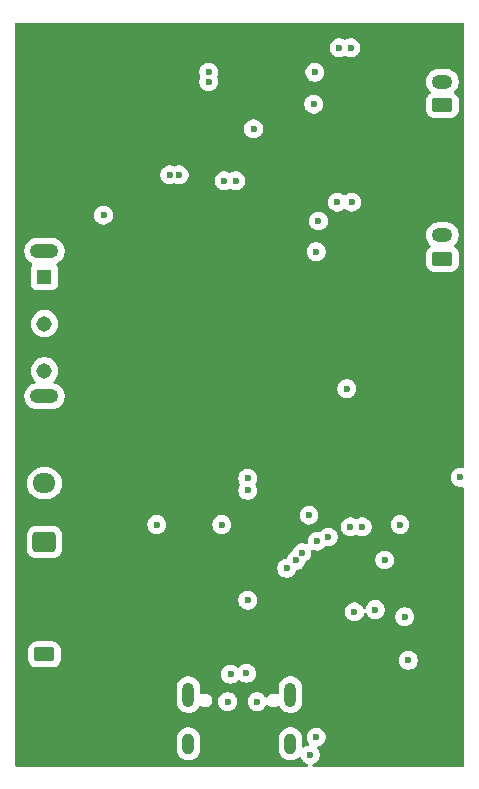
<source format=gbr>
%TF.GenerationSoftware,KiCad,Pcbnew,9.0.3*%
%TF.CreationDate,2025-11-17T09:12:33+01:00*%
%TF.ProjectId,PCB_BLE_Speaker,5043425f-424c-4455-9f53-7065616b6572,R.Casas*%
%TF.SameCoordinates,Original*%
%TF.FileFunction,Copper,L2,Inr*%
%TF.FilePolarity,Positive*%
%FSLAX46Y46*%
G04 Gerber Fmt 4.6, Leading zero omitted, Abs format (unit mm)*
G04 Created by KiCad (PCBNEW 9.0.3) date 2025-11-17 09:12:33*
%MOMM*%
%LPD*%
G01*
G04 APERTURE LIST*
G04 Aperture macros list*
%AMRoundRect*
0 Rectangle with rounded corners*
0 $1 Rounding radius*
0 $2 $3 $4 $5 $6 $7 $8 $9 X,Y pos of 4 corners*
0 Add a 4 corners polygon primitive as box body*
4,1,4,$2,$3,$4,$5,$6,$7,$8,$9,$2,$3,0*
0 Add four circle primitives for the rounded corners*
1,1,$1+$1,$2,$3*
1,1,$1+$1,$4,$5*
1,1,$1+$1,$6,$7*
1,1,$1+$1,$8,$9*
0 Add four rect primitives between the rounded corners*
20,1,$1+$1,$2,$3,$4,$5,0*
20,1,$1+$1,$4,$5,$6,$7,0*
20,1,$1+$1,$6,$7,$8,$9,0*
20,1,$1+$1,$8,$9,$2,$3,0*%
G04 Aperture macros list end*
%TA.AperFunction,ComponentPad*%
%ADD10RoundRect,0.250000X0.625000X-0.350000X0.625000X0.350000X-0.625000X0.350000X-0.625000X-0.350000X0*%
%TD*%
%TA.AperFunction,ComponentPad*%
%ADD11O,1.750000X1.200000*%
%TD*%
%TA.AperFunction,ComponentPad*%
%ADD12R,1.308000X1.308000*%
%TD*%
%TA.AperFunction,ComponentPad*%
%ADD13C,1.308000*%
%TD*%
%TA.AperFunction,ComponentPad*%
%ADD14O,2.416000X1.208000*%
%TD*%
%TA.AperFunction,HeatsinkPad*%
%ADD15O,1.000000X2.100000*%
%TD*%
%TA.AperFunction,HeatsinkPad*%
%ADD16O,1.000000X1.800000*%
%TD*%
%TA.AperFunction,ComponentPad*%
%ADD17RoundRect,0.250000X0.725000X-0.600000X0.725000X0.600000X-0.725000X0.600000X-0.725000X-0.600000X0*%
%TD*%
%TA.AperFunction,ComponentPad*%
%ADD18O,1.950000X1.700000*%
%TD*%
%TA.AperFunction,ComponentPad*%
%ADD19RoundRect,0.250000X-0.625000X0.350000X-0.625000X-0.350000X0.625000X-0.350000X0.625000X0.350000X0*%
%TD*%
%TA.AperFunction,ViaPad*%
%ADD20C,0.600000*%
%TD*%
%TA.AperFunction,ViaPad*%
%ADD21C,1.200000*%
%TD*%
%TA.AperFunction,ViaPad*%
%ADD22C,2.500000*%
%TD*%
G04 APERTURE END LIST*
D10*
%TO.N,/Speaker_Driver/OUTP_2*%
%TO.C,J102*%
X122190000Y-43520000D03*
D11*
%TO.N,/Speaker_Driver/OUTN_2*%
X122190000Y-41520000D03*
%TD*%
D12*
%TO.N,Net-(U503-VI)*%
%TO.C,S501*%
X88500000Y-58020000D03*
D13*
%TO.N,/Battery_Charger/P_VBUS*%
X88500000Y-62020000D03*
%TO.N,unconnected-(S501-Pad3)*%
X88500000Y-66020000D03*
D14*
%TO.N,N/C*%
X88500000Y-55870000D03*
X88500000Y-68170000D03*
%TD*%
D15*
%TO.N,Net-(J201-SHIELD)*%
%TO.C,J201*%
X100680000Y-93415000D03*
D16*
X100680000Y-97595000D03*
D15*
X109320000Y-93415000D03*
D16*
X109320000Y-97595000D03*
%TD*%
D17*
%TO.N,VBAT*%
%TO.C,J103*%
X88500000Y-80520000D03*
D18*
%TO.N,GNDREF*%
X88500000Y-78020000D03*
%TO.N,VBAT*%
X88500000Y-75520000D03*
%TD*%
D10*
%TO.N,/Speaker_Driver/OUTP_1*%
%TO.C,J101*%
X122190000Y-56520000D03*
D11*
%TO.N,/Speaker_Driver/OUTN_1*%
X122190000Y-54520000D03*
%TD*%
D19*
%TO.N,VBAT*%
%TO.C,J104*%
X88500000Y-90020000D03*
D11*
%TO.N,GNDREF*%
X88500000Y-92020000D03*
%TD*%
D20*
%TO.N,GNDREF*%
X120000000Y-42270000D03*
X101150000Y-67620000D03*
X118500000Y-55270000D03*
X96000000Y-54520000D03*
X101000000Y-44520000D03*
X114500000Y-95770000D03*
X90000000Y-47520000D03*
X116500000Y-44020000D03*
X111500000Y-60520000D03*
X108900000Y-69920000D03*
X92500000Y-64020000D03*
X97250000Y-90520000D03*
X107000000Y-80770000D03*
X101000000Y-60520000D03*
X111300000Y-52020000D03*
X123500000Y-39770000D03*
X116200000Y-59020000D03*
X93500000Y-44520000D03*
X105000000Y-57020000D03*
X115700000Y-50020000D03*
X101500000Y-38020000D03*
X101000000Y-54270000D03*
X108900000Y-67120000D03*
X120000000Y-55270000D03*
X121800000Y-78020000D03*
X115500000Y-63020000D03*
X105500000Y-60770000D03*
X109000000Y-72020000D03*
X93500000Y-51020000D03*
X116250000Y-56770000D03*
X118500000Y-42270000D03*
X104000000Y-73770000D03*
X116500000Y-39520000D03*
X109500000Y-45770000D03*
X104750000Y-51520000D03*
X108300000Y-91820000D03*
D21*
X114190000Y-54520000D03*
D20*
X121700000Y-85520000D03*
X87006360Y-60016505D03*
X116200000Y-46020000D03*
X86500000Y-52020000D03*
X95087500Y-69320000D03*
X123400000Y-82920000D03*
X86750000Y-71020000D03*
X123000000Y-98520000D03*
X123000000Y-37520000D03*
X93250000Y-82270000D03*
X101750000Y-91520000D03*
X106250000Y-86770000D03*
X109200000Y-88320000D03*
X120000000Y-48770000D03*
X107000000Y-47770000D03*
X123500000Y-52770000D03*
X106300000Y-63020000D03*
X110900000Y-76120000D03*
X103750000Y-82770000D03*
X122500000Y-87520000D03*
X114200000Y-88420000D03*
X108900000Y-65220000D03*
X116500000Y-52520000D03*
X111400000Y-39520000D03*
X96000000Y-60020000D03*
D22*
X114000000Y-83020000D03*
D20*
X110500000Y-49020000D03*
D21*
X114190000Y-41710000D03*
D20*
X123000000Y-70020000D03*
X118800000Y-88120000D03*
X93500000Y-38020000D03*
X114400000Y-74820000D03*
X99000000Y-86770000D03*
X123500000Y-45270000D03*
X95500000Y-94520000D03*
X91500000Y-56520000D03*
X115600000Y-37020000D03*
X106750000Y-91520000D03*
X101000000Y-91520000D03*
X93000000Y-76770000D03*
X112900000Y-86720000D03*
D22*
X97500000Y-41520000D03*
D20*
X123500000Y-58270000D03*
%TO.N,/MCU/VDD_3V3*%
X119000000Y-86820000D03*
X114100000Y-67520000D03*
%TO.N,VBAT*%
X103500000Y-79020000D03*
X98000000Y-79020000D03*
%TO.N,/Simple_USB/CC1*%
X104000000Y-94020000D03*
X111000000Y-98520000D03*
%TO.N,/Simple_USB/D-*%
X105600000Y-91620000D03*
X104250930Y-91691921D03*
%TO.N,/Simple_USB/CC2*%
X106500000Y-94020000D03*
X111500000Y-97020000D03*
%TO.N,/MCU/~{SD_MODE}_1*%
X111500000Y-55920000D03*
X104700000Y-49920000D03*
%TO.N,/MCU/~{SD_MODE}_2*%
X111300000Y-43420000D03*
X103701000Y-49920000D03*
%TO.N,ESP32_TX*%
X102400000Y-40720000D03*
X110299293Y-81420707D03*
%TO.N,ESP32_RX*%
X109798101Y-82044254D03*
X102400000Y-41520000D03*
%TO.N,/MCU/SUSPEND*%
X99100000Y-49420000D03*
X105700000Y-76120000D03*
%TO.N,/MCU/~{SUSPEND}*%
X105700000Y-75120000D03*
X99900000Y-49420000D03*
%TO.N,/MCU/VIO*%
X117300000Y-82020000D03*
X123700000Y-75020000D03*
X114745000Y-86420000D03*
%TO.N,/Battery_Charger/P_VBUS*%
X93500000Y-52820000D03*
X119300000Y-90520000D03*
X105700000Y-85420000D03*
%TO.N,/MCU/LRCLK*%
X114441000Y-38661000D03*
X114500000Y-51720000D03*
%TO.N,/MCU/BCLK*%
X113440000Y-38660000D03*
X113300000Y-51720000D03*
%TO.N,/MCU/DIN*%
X111700000Y-53320000D03*
X111400000Y-40720000D03*
X106200000Y-45520000D03*
%TO.N,Net-(U502-~{RTS})*%
X111600293Y-80420000D03*
X114400000Y-79220000D03*
%TO.N,Net-(U502-~{CTS})*%
X112536120Y-80071000D03*
X115400000Y-79220000D03*
%TO.N,Net-(U502-~{DSR})*%
X109000000Y-82720000D03*
X110900000Y-78220000D03*
%TO.N,/MCU/VDD_CP*%
X116500000Y-86220000D03*
X118600000Y-79020000D03*
%TD*%
%TA.AperFunction,Conductor*%
%TO.N,GNDREF*%
G36*
X123942539Y-36540185D02*
G01*
X123988294Y-36592989D01*
X123999500Y-36644500D01*
X123999500Y-74112297D01*
X123979815Y-74179336D01*
X123927011Y-74225091D01*
X123857853Y-74235035D01*
X123851309Y-74233914D01*
X123778845Y-74219500D01*
X123778842Y-74219500D01*
X123621158Y-74219500D01*
X123621155Y-74219500D01*
X123466510Y-74250261D01*
X123466498Y-74250264D01*
X123320827Y-74310602D01*
X123320814Y-74310609D01*
X123189711Y-74398210D01*
X123189707Y-74398213D01*
X123078213Y-74509707D01*
X123078210Y-74509711D01*
X122990609Y-74640814D01*
X122990602Y-74640827D01*
X122930264Y-74786498D01*
X122930261Y-74786510D01*
X122899500Y-74941153D01*
X122899500Y-75098846D01*
X122930261Y-75253489D01*
X122930264Y-75253501D01*
X122990602Y-75399172D01*
X122990609Y-75399185D01*
X123078210Y-75530288D01*
X123078213Y-75530292D01*
X123189707Y-75641786D01*
X123189711Y-75641789D01*
X123320814Y-75729390D01*
X123320827Y-75729397D01*
X123466498Y-75789735D01*
X123466503Y-75789737D01*
X123621153Y-75820499D01*
X123621156Y-75820500D01*
X123621158Y-75820500D01*
X123778843Y-75820500D01*
X123794564Y-75817372D01*
X123851309Y-75806085D01*
X123920899Y-75812312D01*
X123976077Y-75855174D01*
X123999322Y-75921063D01*
X123999500Y-75927702D01*
X123999500Y-99395500D01*
X123979815Y-99462539D01*
X123927011Y-99508294D01*
X123875500Y-99519500D01*
X111302190Y-99519500D01*
X111235151Y-99499815D01*
X111189396Y-99447011D01*
X111179452Y-99377853D01*
X111208477Y-99314297D01*
X111254738Y-99280939D01*
X111379172Y-99229397D01*
X111379172Y-99229396D01*
X111379179Y-99229394D01*
X111510289Y-99141789D01*
X111621789Y-99030289D01*
X111709394Y-98899179D01*
X111769737Y-98753497D01*
X111800500Y-98598842D01*
X111800500Y-98441158D01*
X111800500Y-98441155D01*
X111800499Y-98441153D01*
X111769737Y-98286503D01*
X111769735Y-98286498D01*
X111709397Y-98140827D01*
X111709390Y-98140814D01*
X111621789Y-98009711D01*
X111621786Y-98009707D01*
X111620885Y-98008806D01*
X111620563Y-98008217D01*
X111617924Y-98005001D01*
X111618533Y-98004500D01*
X111587400Y-97947483D01*
X111592384Y-97877791D01*
X111634256Y-97821858D01*
X111684372Y-97799508D01*
X111733497Y-97789737D01*
X111879179Y-97729394D01*
X112010289Y-97641789D01*
X112121789Y-97530289D01*
X112209394Y-97399179D01*
X112269737Y-97253497D01*
X112300500Y-97098842D01*
X112300500Y-96941158D01*
X112300500Y-96941155D01*
X112300499Y-96941153D01*
X112269738Y-96786510D01*
X112269737Y-96786503D01*
X112242638Y-96721079D01*
X112209397Y-96640827D01*
X112209390Y-96640814D01*
X112121789Y-96509711D01*
X112121786Y-96509707D01*
X112010292Y-96398213D01*
X112010288Y-96398210D01*
X111879185Y-96310609D01*
X111879172Y-96310602D01*
X111733501Y-96250264D01*
X111733489Y-96250261D01*
X111578845Y-96219500D01*
X111578842Y-96219500D01*
X111421158Y-96219500D01*
X111421155Y-96219500D01*
X111266510Y-96250261D01*
X111266498Y-96250264D01*
X111120827Y-96310602D01*
X111120814Y-96310609D01*
X110989711Y-96398210D01*
X110989707Y-96398213D01*
X110878213Y-96509707D01*
X110878210Y-96509711D01*
X110790609Y-96640814D01*
X110790602Y-96640827D01*
X110730264Y-96786498D01*
X110730261Y-96786510D01*
X110699500Y-96941153D01*
X110699500Y-97098846D01*
X110730261Y-97253489D01*
X110730264Y-97253501D01*
X110790602Y-97399172D01*
X110790609Y-97399185D01*
X110878210Y-97530288D01*
X110878213Y-97530292D01*
X110879114Y-97531193D01*
X110879435Y-97531780D01*
X110882076Y-97534999D01*
X110881465Y-97535499D01*
X110912599Y-97592516D01*
X110907615Y-97662208D01*
X110865743Y-97718141D01*
X110815626Y-97740491D01*
X110766507Y-97750261D01*
X110766498Y-97750264D01*
X110620827Y-97810602D01*
X110620814Y-97810609D01*
X110513391Y-97882388D01*
X110446713Y-97903266D01*
X110379333Y-97884782D01*
X110332643Y-97832803D01*
X110320500Y-97779286D01*
X110320500Y-97096456D01*
X110282052Y-96903170D01*
X110282051Y-96903169D01*
X110282051Y-96903165D01*
X110282049Y-96903160D01*
X110206635Y-96721092D01*
X110206628Y-96721079D01*
X110097139Y-96557218D01*
X110097136Y-96557214D01*
X109957785Y-96417863D01*
X109957781Y-96417860D01*
X109793920Y-96308371D01*
X109793907Y-96308364D01*
X109611839Y-96232950D01*
X109611829Y-96232947D01*
X109418543Y-96194500D01*
X109418541Y-96194500D01*
X109221459Y-96194500D01*
X109221457Y-96194500D01*
X109028170Y-96232947D01*
X109028160Y-96232950D01*
X108846092Y-96308364D01*
X108846079Y-96308371D01*
X108682218Y-96417860D01*
X108682214Y-96417863D01*
X108542863Y-96557214D01*
X108542860Y-96557218D01*
X108433371Y-96721079D01*
X108433364Y-96721092D01*
X108357950Y-96903160D01*
X108357947Y-96903170D01*
X108319500Y-97096456D01*
X108319500Y-97096459D01*
X108319500Y-98093541D01*
X108319500Y-98093543D01*
X108319499Y-98093543D01*
X108357947Y-98286829D01*
X108357950Y-98286839D01*
X108433364Y-98468907D01*
X108433371Y-98468920D01*
X108542860Y-98632781D01*
X108542863Y-98632785D01*
X108682214Y-98772136D01*
X108682218Y-98772139D01*
X108846079Y-98881628D01*
X108846092Y-98881635D01*
X109028160Y-98957049D01*
X109028165Y-98957051D01*
X109028169Y-98957051D01*
X109028170Y-98957052D01*
X109221456Y-98995500D01*
X109221459Y-98995500D01*
X109418543Y-98995500D01*
X109548582Y-98969632D01*
X109611835Y-98957051D01*
X109793914Y-98881632D01*
X109957782Y-98772139D01*
X110024897Y-98705023D01*
X110086218Y-98671540D01*
X110155910Y-98676524D01*
X110211844Y-98718395D01*
X110226967Y-98748269D01*
X110227932Y-98747870D01*
X110290602Y-98899172D01*
X110290609Y-98899185D01*
X110378210Y-99030288D01*
X110378213Y-99030292D01*
X110489707Y-99141786D01*
X110489711Y-99141789D01*
X110620814Y-99229390D01*
X110620827Y-99229397D01*
X110745262Y-99280939D01*
X110799666Y-99324779D01*
X110821731Y-99391074D01*
X110804452Y-99458773D01*
X110753315Y-99506384D01*
X110697810Y-99519500D01*
X86124500Y-99519500D01*
X86057461Y-99499815D01*
X86011706Y-99447011D01*
X86000500Y-99395500D01*
X86000500Y-98093543D01*
X99679499Y-98093543D01*
X99717947Y-98286829D01*
X99717950Y-98286839D01*
X99793364Y-98468907D01*
X99793371Y-98468920D01*
X99902860Y-98632781D01*
X99902863Y-98632785D01*
X100042214Y-98772136D01*
X100042218Y-98772139D01*
X100206079Y-98881628D01*
X100206092Y-98881635D01*
X100388160Y-98957049D01*
X100388165Y-98957051D01*
X100388169Y-98957051D01*
X100388170Y-98957052D01*
X100581456Y-98995500D01*
X100581459Y-98995500D01*
X100778543Y-98995500D01*
X100908582Y-98969632D01*
X100971835Y-98957051D01*
X101153914Y-98881632D01*
X101317782Y-98772139D01*
X101457139Y-98632782D01*
X101566632Y-98468914D01*
X101642051Y-98286835D01*
X101671094Y-98140827D01*
X101680500Y-98093543D01*
X101680500Y-97096456D01*
X101642052Y-96903170D01*
X101642051Y-96903169D01*
X101642051Y-96903165D01*
X101642049Y-96903160D01*
X101566635Y-96721092D01*
X101566628Y-96721079D01*
X101457139Y-96557218D01*
X101457136Y-96557214D01*
X101317785Y-96417863D01*
X101317781Y-96417860D01*
X101153920Y-96308371D01*
X101153907Y-96308364D01*
X100971839Y-96232950D01*
X100971829Y-96232947D01*
X100778543Y-96194500D01*
X100778541Y-96194500D01*
X100581459Y-96194500D01*
X100581457Y-96194500D01*
X100388170Y-96232947D01*
X100388160Y-96232950D01*
X100206092Y-96308364D01*
X100206079Y-96308371D01*
X100042218Y-96417860D01*
X100042214Y-96417863D01*
X99902863Y-96557214D01*
X99902860Y-96557218D01*
X99793371Y-96721079D01*
X99793364Y-96721092D01*
X99717950Y-96903160D01*
X99717947Y-96903170D01*
X99679500Y-97096456D01*
X99679500Y-97096459D01*
X99679500Y-98093541D01*
X99679500Y-98093543D01*
X99679499Y-98093543D01*
X86000500Y-98093543D01*
X86000500Y-94063543D01*
X99679499Y-94063543D01*
X99717947Y-94256829D01*
X99717950Y-94256839D01*
X99793364Y-94438907D01*
X99793371Y-94438920D01*
X99902860Y-94602781D01*
X99902863Y-94602785D01*
X100042214Y-94742136D01*
X100042218Y-94742139D01*
X100206079Y-94851628D01*
X100206092Y-94851635D01*
X100388160Y-94927049D01*
X100388165Y-94927051D01*
X100388169Y-94927051D01*
X100388170Y-94927052D01*
X100581456Y-94965500D01*
X100581459Y-94965500D01*
X100778543Y-94965500D01*
X100908582Y-94939632D01*
X100971835Y-94927051D01*
X101153914Y-94851632D01*
X101317782Y-94742139D01*
X101457139Y-94602782D01*
X101566632Y-94438914D01*
X101570540Y-94429478D01*
X101614376Y-94375074D01*
X101680669Y-94353004D01*
X101748369Y-94370279D01*
X101753028Y-94373432D01*
X101756633Y-94375513D01*
X101756635Y-94375515D01*
X101887865Y-94451281D01*
X102034234Y-94490500D01*
X102034236Y-94490500D01*
X102185764Y-94490500D01*
X102185766Y-94490500D01*
X102332135Y-94451281D01*
X102463365Y-94375515D01*
X102570515Y-94268365D01*
X102646281Y-94137135D01*
X102685500Y-93990766D01*
X102685500Y-93941153D01*
X103199500Y-93941153D01*
X103199500Y-94098846D01*
X103230261Y-94253489D01*
X103230264Y-94253501D01*
X103290602Y-94399172D01*
X103290609Y-94399185D01*
X103378210Y-94530288D01*
X103378213Y-94530292D01*
X103489707Y-94641786D01*
X103489711Y-94641789D01*
X103620814Y-94729390D01*
X103620827Y-94729397D01*
X103766498Y-94789735D01*
X103766503Y-94789737D01*
X103921153Y-94820499D01*
X103921156Y-94820500D01*
X103921158Y-94820500D01*
X104078844Y-94820500D01*
X104078845Y-94820499D01*
X104233497Y-94789737D01*
X104379179Y-94729394D01*
X104510289Y-94641789D01*
X104621789Y-94530289D01*
X104709394Y-94399179D01*
X104769737Y-94253497D01*
X104800500Y-94098842D01*
X104800500Y-93941158D01*
X104800500Y-93941155D01*
X104800499Y-93941153D01*
X105699500Y-93941153D01*
X105699500Y-94098846D01*
X105730261Y-94253489D01*
X105730264Y-94253501D01*
X105790602Y-94399172D01*
X105790609Y-94399185D01*
X105878210Y-94530288D01*
X105878213Y-94530292D01*
X105989707Y-94641786D01*
X105989711Y-94641789D01*
X106120814Y-94729390D01*
X106120827Y-94729397D01*
X106266498Y-94789735D01*
X106266503Y-94789737D01*
X106421153Y-94820499D01*
X106421156Y-94820500D01*
X106421158Y-94820500D01*
X106578844Y-94820500D01*
X106578845Y-94820499D01*
X106733497Y-94789737D01*
X106879179Y-94729394D01*
X107010289Y-94641789D01*
X107121789Y-94530289D01*
X107209394Y-94399179D01*
X107241154Y-94322502D01*
X107284992Y-94268101D01*
X107351286Y-94246035D01*
X107418986Y-94263313D01*
X107443395Y-94282275D01*
X107536635Y-94375515D01*
X107667865Y-94451281D01*
X107814234Y-94490500D01*
X107814236Y-94490500D01*
X107965764Y-94490500D01*
X107965766Y-94490500D01*
X108112135Y-94451281D01*
X108243365Y-94375515D01*
X108243366Y-94375513D01*
X108250403Y-94371451D01*
X108251749Y-94373783D01*
X108304553Y-94353357D01*
X108373001Y-94367381D01*
X108423001Y-94416185D01*
X108429458Y-94429474D01*
X108433367Y-94438913D01*
X108433371Y-94438920D01*
X108542860Y-94602781D01*
X108542863Y-94602785D01*
X108682214Y-94742136D01*
X108682218Y-94742139D01*
X108846079Y-94851628D01*
X108846092Y-94851635D01*
X109028160Y-94927049D01*
X109028165Y-94927051D01*
X109028169Y-94927051D01*
X109028170Y-94927052D01*
X109221456Y-94965500D01*
X109221459Y-94965500D01*
X109418543Y-94965500D01*
X109548582Y-94939632D01*
X109611835Y-94927051D01*
X109793914Y-94851632D01*
X109957782Y-94742139D01*
X110097139Y-94602782D01*
X110206632Y-94438914D01*
X110282051Y-94256835D01*
X110305861Y-94137135D01*
X110320500Y-94063543D01*
X110320500Y-92766456D01*
X110282052Y-92573170D01*
X110282051Y-92573169D01*
X110282051Y-92573165D01*
X110218816Y-92420500D01*
X110206635Y-92391092D01*
X110206628Y-92391079D01*
X110097139Y-92227218D01*
X110097136Y-92227214D01*
X109957785Y-92087863D01*
X109957781Y-92087860D01*
X109793920Y-91978371D01*
X109793907Y-91978364D01*
X109611839Y-91902950D01*
X109611829Y-91902947D01*
X109418543Y-91864500D01*
X109418541Y-91864500D01*
X109221459Y-91864500D01*
X109221457Y-91864500D01*
X109028170Y-91902947D01*
X109028160Y-91902950D01*
X108846092Y-91978364D01*
X108846079Y-91978371D01*
X108682218Y-92087860D01*
X108682214Y-92087863D01*
X108542863Y-92227214D01*
X108542860Y-92227218D01*
X108433371Y-92391079D01*
X108433364Y-92391092D01*
X108357950Y-92573160D01*
X108357947Y-92573170D01*
X108319500Y-92766456D01*
X108319500Y-93283666D01*
X108299815Y-93350705D01*
X108247011Y-93396460D01*
X108177853Y-93406404D01*
X108133501Y-93391054D01*
X108112137Y-93378719D01*
X108007584Y-93350705D01*
X107965766Y-93339500D01*
X107814234Y-93339500D01*
X107667863Y-93378719D01*
X107536635Y-93454485D01*
X107536632Y-93454487D01*
X107429487Y-93561632D01*
X107429483Y-93561638D01*
X107402641Y-93608128D01*
X107352073Y-93656343D01*
X107283466Y-93669564D01*
X107218601Y-93643595D01*
X107192153Y-93615017D01*
X107121789Y-93509711D01*
X107121786Y-93509707D01*
X107010292Y-93398213D01*
X107010288Y-93398210D01*
X106879185Y-93310609D01*
X106879172Y-93310602D01*
X106733501Y-93250264D01*
X106733489Y-93250261D01*
X106578845Y-93219500D01*
X106578842Y-93219500D01*
X106421158Y-93219500D01*
X106421155Y-93219500D01*
X106266510Y-93250261D01*
X106266498Y-93250264D01*
X106120827Y-93310602D01*
X106120814Y-93310609D01*
X105989711Y-93398210D01*
X105989707Y-93398213D01*
X105878213Y-93509707D01*
X105878210Y-93509711D01*
X105790609Y-93640814D01*
X105790602Y-93640827D01*
X105730264Y-93786498D01*
X105730261Y-93786510D01*
X105699500Y-93941153D01*
X104800499Y-93941153D01*
X104769738Y-93786510D01*
X104769737Y-93786503D01*
X104769735Y-93786498D01*
X104709397Y-93640827D01*
X104709390Y-93640814D01*
X104621789Y-93509711D01*
X104621786Y-93509707D01*
X104510292Y-93398213D01*
X104510288Y-93398210D01*
X104379185Y-93310609D01*
X104379172Y-93310602D01*
X104233501Y-93250264D01*
X104233489Y-93250261D01*
X104078845Y-93219500D01*
X104078842Y-93219500D01*
X103921158Y-93219500D01*
X103921155Y-93219500D01*
X103766510Y-93250261D01*
X103766498Y-93250264D01*
X103620827Y-93310602D01*
X103620814Y-93310609D01*
X103489711Y-93398210D01*
X103489707Y-93398213D01*
X103378213Y-93509707D01*
X103378210Y-93509711D01*
X103290609Y-93640814D01*
X103290602Y-93640827D01*
X103230264Y-93786498D01*
X103230261Y-93786510D01*
X103199500Y-93941153D01*
X102685500Y-93941153D01*
X102685500Y-93839234D01*
X102646281Y-93692865D01*
X102570515Y-93561635D01*
X102463365Y-93454485D01*
X102380087Y-93406404D01*
X102332136Y-93378719D01*
X102227584Y-93350705D01*
X102185766Y-93339500D01*
X102034234Y-93339500D01*
X101887862Y-93378719D01*
X101866499Y-93391054D01*
X101798598Y-93407525D01*
X101732572Y-93384673D01*
X101689382Y-93329751D01*
X101680500Y-93283666D01*
X101680500Y-92766456D01*
X101642052Y-92573170D01*
X101642051Y-92573169D01*
X101642051Y-92573165D01*
X101578816Y-92420500D01*
X101566635Y-92391092D01*
X101566628Y-92391079D01*
X101457139Y-92227218D01*
X101457136Y-92227214D01*
X101317785Y-92087863D01*
X101317781Y-92087860D01*
X101153920Y-91978371D01*
X101153907Y-91978364D01*
X100971839Y-91902950D01*
X100971829Y-91902947D01*
X100778543Y-91864500D01*
X100778541Y-91864500D01*
X100581459Y-91864500D01*
X100581457Y-91864500D01*
X100388170Y-91902947D01*
X100388160Y-91902950D01*
X100206092Y-91978364D01*
X100206079Y-91978371D01*
X100042218Y-92087860D01*
X100042214Y-92087863D01*
X99902863Y-92227214D01*
X99902860Y-92227218D01*
X99793371Y-92391079D01*
X99793364Y-92391092D01*
X99717950Y-92573160D01*
X99717947Y-92573170D01*
X99679500Y-92766456D01*
X99679500Y-92766459D01*
X99679500Y-94063541D01*
X99679500Y-94063543D01*
X99679499Y-94063543D01*
X86000500Y-94063543D01*
X86000500Y-91613074D01*
X103450430Y-91613074D01*
X103450430Y-91770767D01*
X103481191Y-91925410D01*
X103481194Y-91925422D01*
X103541532Y-92071093D01*
X103541539Y-92071106D01*
X103629140Y-92202209D01*
X103629143Y-92202213D01*
X103740637Y-92313707D01*
X103740641Y-92313710D01*
X103871744Y-92401311D01*
X103871757Y-92401318D01*
X104017428Y-92461656D01*
X104017433Y-92461658D01*
X104172083Y-92492420D01*
X104172086Y-92492421D01*
X104172088Y-92492421D01*
X104329774Y-92492421D01*
X104329775Y-92492420D01*
X104484427Y-92461658D01*
X104630109Y-92401315D01*
X104761219Y-92313710D01*
X104872719Y-92202210D01*
X104872721Y-92202206D01*
X104873743Y-92201185D01*
X104935066Y-92167700D01*
X105004758Y-92172684D01*
X105049106Y-92201185D01*
X105089707Y-92241786D01*
X105089711Y-92241789D01*
X105220814Y-92329390D01*
X105220827Y-92329397D01*
X105366498Y-92389735D01*
X105366503Y-92389737D01*
X105521153Y-92420499D01*
X105521156Y-92420500D01*
X105521158Y-92420500D01*
X105678844Y-92420500D01*
X105678845Y-92420499D01*
X105833497Y-92389737D01*
X105979179Y-92329394D01*
X106110289Y-92241789D01*
X106221789Y-92130289D01*
X106309394Y-91999179D01*
X106369737Y-91853497D01*
X106400500Y-91698842D01*
X106400500Y-91541158D01*
X106400500Y-91541155D01*
X106400499Y-91541153D01*
X106369738Y-91386510D01*
X106369737Y-91386503D01*
X106342398Y-91320500D01*
X106309397Y-91240827D01*
X106309390Y-91240814D01*
X106221789Y-91109711D01*
X106221786Y-91109707D01*
X106110292Y-90998213D01*
X106110288Y-90998210D01*
X105979185Y-90910609D01*
X105979172Y-90910602D01*
X105833501Y-90850264D01*
X105833489Y-90850261D01*
X105678845Y-90819500D01*
X105678842Y-90819500D01*
X105521158Y-90819500D01*
X105521155Y-90819500D01*
X105366510Y-90850261D01*
X105366498Y-90850264D01*
X105220827Y-90910602D01*
X105220814Y-90910609D01*
X105089711Y-90998210D01*
X104977185Y-91110736D01*
X104915862Y-91144220D01*
X104846170Y-91139236D01*
X104801823Y-91110735D01*
X104761222Y-91070134D01*
X104761218Y-91070131D01*
X104630115Y-90982530D01*
X104630102Y-90982523D01*
X104484431Y-90922185D01*
X104484419Y-90922182D01*
X104329775Y-90891421D01*
X104329772Y-90891421D01*
X104172088Y-90891421D01*
X104172085Y-90891421D01*
X104017440Y-90922182D01*
X104017428Y-90922185D01*
X103871757Y-90982523D01*
X103871744Y-90982530D01*
X103740641Y-91070131D01*
X103740637Y-91070134D01*
X103629143Y-91181628D01*
X103629140Y-91181632D01*
X103541539Y-91312735D01*
X103541532Y-91312748D01*
X103481194Y-91458419D01*
X103481191Y-91458431D01*
X103450430Y-91613074D01*
X86000500Y-91613074D01*
X86000500Y-89619983D01*
X87124500Y-89619983D01*
X87124500Y-90420001D01*
X87124501Y-90420019D01*
X87135000Y-90522796D01*
X87135001Y-90522799D01*
X87160201Y-90598846D01*
X87190186Y-90689334D01*
X87282288Y-90838656D01*
X87406344Y-90962712D01*
X87555666Y-91054814D01*
X87722203Y-91109999D01*
X87824991Y-91120500D01*
X89175008Y-91120499D01*
X89277797Y-91109999D01*
X89444334Y-91054814D01*
X89593656Y-90962712D01*
X89717712Y-90838656D01*
X89809814Y-90689334D01*
X89864999Y-90522797D01*
X89873340Y-90441153D01*
X118499500Y-90441153D01*
X118499500Y-90598846D01*
X118530261Y-90753489D01*
X118530264Y-90753501D01*
X118590602Y-90899172D01*
X118590609Y-90899185D01*
X118678210Y-91030288D01*
X118678213Y-91030292D01*
X118789707Y-91141786D01*
X118789711Y-91141789D01*
X118920814Y-91229390D01*
X118920827Y-91229397D01*
X119066498Y-91289735D01*
X119066503Y-91289737D01*
X119221153Y-91320499D01*
X119221156Y-91320500D01*
X119221158Y-91320500D01*
X119378844Y-91320500D01*
X119378845Y-91320499D01*
X119533497Y-91289737D01*
X119651592Y-91240821D01*
X119679172Y-91229397D01*
X119679172Y-91229396D01*
X119679179Y-91229394D01*
X119810289Y-91141789D01*
X119921789Y-91030289D01*
X120009394Y-90899179D01*
X120012608Y-90891421D01*
X120029655Y-90850264D01*
X120069737Y-90753497D01*
X120100500Y-90598842D01*
X120100500Y-90441158D01*
X120100500Y-90441155D01*
X120100499Y-90441153D01*
X120069737Y-90286503D01*
X120069735Y-90286498D01*
X120009397Y-90140827D01*
X120009390Y-90140814D01*
X119921789Y-90009711D01*
X119921786Y-90009707D01*
X119810292Y-89898213D01*
X119810288Y-89898210D01*
X119679185Y-89810609D01*
X119679172Y-89810602D01*
X119533501Y-89750264D01*
X119533489Y-89750261D01*
X119378845Y-89719500D01*
X119378842Y-89719500D01*
X119221158Y-89719500D01*
X119221155Y-89719500D01*
X119066510Y-89750261D01*
X119066498Y-89750264D01*
X118920827Y-89810602D01*
X118920814Y-89810609D01*
X118789711Y-89898210D01*
X118789707Y-89898213D01*
X118678213Y-90009707D01*
X118678210Y-90009711D01*
X118590609Y-90140814D01*
X118590602Y-90140827D01*
X118530264Y-90286498D01*
X118530261Y-90286510D01*
X118499500Y-90441153D01*
X89873340Y-90441153D01*
X89875500Y-90420009D01*
X89875499Y-89619992D01*
X89864999Y-89517203D01*
X89809814Y-89350666D01*
X89717712Y-89201344D01*
X89593656Y-89077288D01*
X89444334Y-88985186D01*
X89277797Y-88930001D01*
X89277795Y-88930000D01*
X89175010Y-88919500D01*
X87824998Y-88919500D01*
X87824981Y-88919501D01*
X87722203Y-88930000D01*
X87722200Y-88930001D01*
X87555668Y-88985185D01*
X87555663Y-88985187D01*
X87406342Y-89077289D01*
X87282289Y-89201342D01*
X87190187Y-89350663D01*
X87190186Y-89350666D01*
X87135001Y-89517203D01*
X87135001Y-89517204D01*
X87135000Y-89517204D01*
X87124500Y-89619983D01*
X86000500Y-89619983D01*
X86000500Y-86341153D01*
X113944500Y-86341153D01*
X113944500Y-86498846D01*
X113975261Y-86653489D01*
X113975264Y-86653501D01*
X114035602Y-86799172D01*
X114035609Y-86799185D01*
X114123210Y-86930288D01*
X114123213Y-86930292D01*
X114234707Y-87041786D01*
X114234711Y-87041789D01*
X114365814Y-87129390D01*
X114365827Y-87129397D01*
X114511498Y-87189735D01*
X114511503Y-87189737D01*
X114666153Y-87220499D01*
X114666156Y-87220500D01*
X114666158Y-87220500D01*
X114823844Y-87220500D01*
X114823845Y-87220499D01*
X114978497Y-87189737D01*
X115124179Y-87129394D01*
X115255289Y-87041789D01*
X115366789Y-86930289D01*
X115454394Y-86799179D01*
X115514737Y-86653497D01*
X115531787Y-86567780D01*
X115564171Y-86505870D01*
X115624887Y-86471296D01*
X115694656Y-86475035D01*
X115751329Y-86515901D01*
X115767965Y-86544519D01*
X115790604Y-86599176D01*
X115790609Y-86599185D01*
X115878210Y-86730288D01*
X115878213Y-86730292D01*
X115989707Y-86841786D01*
X115989711Y-86841789D01*
X116120814Y-86929390D01*
X116120827Y-86929397D01*
X116266498Y-86989735D01*
X116266503Y-86989737D01*
X116421153Y-87020499D01*
X116421156Y-87020500D01*
X116421158Y-87020500D01*
X116578844Y-87020500D01*
X116578845Y-87020499D01*
X116733497Y-86989737D01*
X116879179Y-86929394D01*
X117010289Y-86841789D01*
X117110925Y-86741153D01*
X118199500Y-86741153D01*
X118199500Y-86898846D01*
X118230261Y-87053489D01*
X118230264Y-87053501D01*
X118290602Y-87199172D01*
X118290609Y-87199185D01*
X118378210Y-87330288D01*
X118378213Y-87330292D01*
X118489707Y-87441786D01*
X118489711Y-87441789D01*
X118620814Y-87529390D01*
X118620827Y-87529397D01*
X118766498Y-87589735D01*
X118766503Y-87589737D01*
X118921153Y-87620499D01*
X118921156Y-87620500D01*
X118921158Y-87620500D01*
X119078844Y-87620500D01*
X119078845Y-87620499D01*
X119233497Y-87589737D01*
X119379179Y-87529394D01*
X119510289Y-87441789D01*
X119621789Y-87330289D01*
X119709394Y-87199179D01*
X119769737Y-87053497D01*
X119800500Y-86898842D01*
X119800500Y-86741158D01*
X119800500Y-86741155D01*
X119800499Y-86741153D01*
X119783063Y-86653497D01*
X119769737Y-86586503D01*
X119722017Y-86471296D01*
X119709397Y-86440827D01*
X119709390Y-86440814D01*
X119621789Y-86309711D01*
X119621786Y-86309707D01*
X119510292Y-86198213D01*
X119510288Y-86198210D01*
X119379185Y-86110609D01*
X119379172Y-86110602D01*
X119233501Y-86050264D01*
X119233489Y-86050261D01*
X119078845Y-86019500D01*
X119078842Y-86019500D01*
X118921158Y-86019500D01*
X118921155Y-86019500D01*
X118766510Y-86050261D01*
X118766498Y-86050264D01*
X118620827Y-86110602D01*
X118620814Y-86110609D01*
X118489711Y-86198210D01*
X118489707Y-86198213D01*
X118378213Y-86309707D01*
X118378210Y-86309711D01*
X118290609Y-86440814D01*
X118290602Y-86440827D01*
X118230264Y-86586498D01*
X118230261Y-86586510D01*
X118199500Y-86741153D01*
X117110925Y-86741153D01*
X117121789Y-86730289D01*
X117209394Y-86599179D01*
X117269737Y-86453497D01*
X117300500Y-86298842D01*
X117300500Y-86141158D01*
X117300500Y-86141155D01*
X117300499Y-86141153D01*
X117280734Y-86041789D01*
X117269737Y-85986503D01*
X117237929Y-85909711D01*
X117209397Y-85840827D01*
X117209390Y-85840814D01*
X117121789Y-85709711D01*
X117121786Y-85709707D01*
X117010292Y-85598213D01*
X117010288Y-85598210D01*
X116879185Y-85510609D01*
X116879172Y-85510602D01*
X116733501Y-85450264D01*
X116733489Y-85450261D01*
X116578845Y-85419500D01*
X116578842Y-85419500D01*
X116421158Y-85419500D01*
X116421155Y-85419500D01*
X116266510Y-85450261D01*
X116266498Y-85450264D01*
X116120827Y-85510602D01*
X116120814Y-85510609D01*
X115989711Y-85598210D01*
X115989707Y-85598213D01*
X115878213Y-85709707D01*
X115878210Y-85709711D01*
X115790609Y-85840814D01*
X115790602Y-85840827D01*
X115730264Y-85986498D01*
X115730261Y-85986508D01*
X115713212Y-86072219D01*
X115680827Y-86134130D01*
X115620111Y-86168704D01*
X115550341Y-86164963D01*
X115493669Y-86124097D01*
X115477036Y-86095484D01*
X115454394Y-86040821D01*
X115454392Y-86040818D01*
X115454390Y-86040814D01*
X115366789Y-85909711D01*
X115366786Y-85909707D01*
X115255292Y-85798213D01*
X115255288Y-85798210D01*
X115124185Y-85710609D01*
X115124172Y-85710602D01*
X114978501Y-85650264D01*
X114978489Y-85650261D01*
X114823845Y-85619500D01*
X114823842Y-85619500D01*
X114666158Y-85619500D01*
X114666155Y-85619500D01*
X114511510Y-85650261D01*
X114511498Y-85650264D01*
X114365827Y-85710602D01*
X114365814Y-85710609D01*
X114234711Y-85798210D01*
X114234707Y-85798213D01*
X114123213Y-85909707D01*
X114123210Y-85909711D01*
X114035609Y-86040814D01*
X114035602Y-86040827D01*
X113975264Y-86186498D01*
X113975261Y-86186510D01*
X113944500Y-86341153D01*
X86000500Y-86341153D01*
X86000500Y-85341153D01*
X104899500Y-85341153D01*
X104899500Y-85498846D01*
X104930261Y-85653489D01*
X104930264Y-85653501D01*
X104990602Y-85799172D01*
X104990609Y-85799185D01*
X105078210Y-85930288D01*
X105078213Y-85930292D01*
X105189707Y-86041786D01*
X105189711Y-86041789D01*
X105320814Y-86129390D01*
X105320827Y-86129397D01*
X105415724Y-86168704D01*
X105466503Y-86189737D01*
X105621153Y-86220499D01*
X105621156Y-86220500D01*
X105621158Y-86220500D01*
X105778844Y-86220500D01*
X105778845Y-86220499D01*
X105789179Y-86218443D01*
X105814287Y-86213450D01*
X105814292Y-86213449D01*
X105899800Y-86196439D01*
X105933497Y-86189737D01*
X106079179Y-86129394D01*
X106210289Y-86041789D01*
X106321789Y-85930289D01*
X106409394Y-85799179D01*
X106469737Y-85653497D01*
X106500500Y-85498842D01*
X106500500Y-85341158D01*
X106500500Y-85341155D01*
X106500499Y-85341153D01*
X106469738Y-85186510D01*
X106469737Y-85186503D01*
X106469735Y-85186498D01*
X106409397Y-85040827D01*
X106409390Y-85040814D01*
X106321789Y-84909711D01*
X106321786Y-84909707D01*
X106210292Y-84798213D01*
X106210288Y-84798210D01*
X106079185Y-84710609D01*
X106079172Y-84710602D01*
X105933501Y-84650264D01*
X105933489Y-84650261D01*
X105778845Y-84619500D01*
X105778842Y-84619500D01*
X105621158Y-84619500D01*
X105621155Y-84619500D01*
X105466510Y-84650261D01*
X105466498Y-84650264D01*
X105320827Y-84710602D01*
X105320814Y-84710609D01*
X105189711Y-84798210D01*
X105189707Y-84798213D01*
X105078213Y-84909707D01*
X105078210Y-84909711D01*
X104990609Y-85040814D01*
X104990602Y-85040827D01*
X104930264Y-85186498D01*
X104930261Y-85186510D01*
X104899500Y-85341153D01*
X86000500Y-85341153D01*
X86000500Y-82641153D01*
X108199500Y-82641153D01*
X108199500Y-82798846D01*
X108230261Y-82953489D01*
X108230264Y-82953501D01*
X108290602Y-83099172D01*
X108290609Y-83099185D01*
X108378210Y-83230288D01*
X108378213Y-83230292D01*
X108489707Y-83341786D01*
X108489711Y-83341789D01*
X108620814Y-83429390D01*
X108620827Y-83429397D01*
X108766498Y-83489735D01*
X108766503Y-83489737D01*
X108921153Y-83520499D01*
X108921156Y-83520500D01*
X108921158Y-83520500D01*
X109078844Y-83520500D01*
X109078845Y-83520499D01*
X109233497Y-83489737D01*
X109379179Y-83429394D01*
X109510289Y-83341789D01*
X109621789Y-83230289D01*
X109709394Y-83099179D01*
X109769737Y-82953497D01*
X109771715Y-82943549D01*
X109804098Y-82881639D01*
X109864813Y-82847063D01*
X109870987Y-82846035D01*
X109870969Y-82845943D01*
X109957435Y-82828742D01*
X110031598Y-82813991D01*
X110177280Y-82753648D01*
X110308390Y-82666043D01*
X110419890Y-82554543D01*
X110507495Y-82423433D01*
X110567838Y-82277751D01*
X110576980Y-82231787D01*
X110609364Y-82169879D01*
X110651142Y-82141420D01*
X110678472Y-82130101D01*
X110809582Y-82042496D01*
X110910925Y-81941153D01*
X116499500Y-81941153D01*
X116499500Y-82098846D01*
X116530261Y-82253489D01*
X116530264Y-82253501D01*
X116590602Y-82399172D01*
X116590609Y-82399185D01*
X116678210Y-82530288D01*
X116678213Y-82530292D01*
X116789707Y-82641786D01*
X116789711Y-82641789D01*
X116920814Y-82729390D01*
X116920827Y-82729397D01*
X117066498Y-82789735D01*
X117066503Y-82789737D01*
X117221153Y-82820499D01*
X117221156Y-82820500D01*
X117221158Y-82820500D01*
X117378844Y-82820500D01*
X117378845Y-82820499D01*
X117533497Y-82789737D01*
X117679179Y-82729394D01*
X117810289Y-82641789D01*
X117921789Y-82530289D01*
X118009394Y-82399179D01*
X118069737Y-82253497D01*
X118100500Y-82098842D01*
X118100500Y-81941158D01*
X118100500Y-81941155D01*
X118100499Y-81941153D01*
X118072399Y-81799886D01*
X118069737Y-81786503D01*
X118019443Y-81665081D01*
X118009397Y-81640827D01*
X118009390Y-81640814D01*
X117921789Y-81509711D01*
X117921786Y-81509707D01*
X117810292Y-81398213D01*
X117810288Y-81398210D01*
X117679185Y-81310609D01*
X117679172Y-81310602D01*
X117533501Y-81250264D01*
X117533489Y-81250261D01*
X117378845Y-81219500D01*
X117378842Y-81219500D01*
X117221158Y-81219500D01*
X117221155Y-81219500D01*
X117066510Y-81250261D01*
X117066498Y-81250264D01*
X116920827Y-81310602D01*
X116920814Y-81310609D01*
X116789711Y-81398210D01*
X116789707Y-81398213D01*
X116678213Y-81509707D01*
X116678210Y-81509711D01*
X116590609Y-81640814D01*
X116590602Y-81640827D01*
X116530264Y-81786498D01*
X116530261Y-81786510D01*
X116499500Y-81941153D01*
X110910925Y-81941153D01*
X110921082Y-81930996D01*
X110953406Y-81882620D01*
X110964395Y-81866175D01*
X110964396Y-81866173D01*
X111008680Y-81799897D01*
X111008681Y-81799893D01*
X111008687Y-81799886D01*
X111014228Y-81786510D01*
X111044796Y-81712710D01*
X111069030Y-81654204D01*
X111099793Y-81499549D01*
X111099793Y-81341865D01*
X111098400Y-81334863D01*
X111088100Y-81283083D01*
X111094327Y-81213491D01*
X111137189Y-81158313D01*
X111203078Y-81135068D01*
X111257169Y-81144329D01*
X111360683Y-81187205D01*
X111366796Y-81189737D01*
X111486215Y-81213491D01*
X111521446Y-81220499D01*
X111521449Y-81220500D01*
X111521451Y-81220500D01*
X111679137Y-81220500D01*
X111679138Y-81220499D01*
X111833790Y-81189737D01*
X111979472Y-81129394D01*
X112110582Y-81041789D01*
X112222082Y-80930289D01*
X112238316Y-80905991D01*
X112291927Y-80861188D01*
X112361252Y-80852479D01*
X112365610Y-80853266D01*
X112457275Y-80871500D01*
X112457278Y-80871500D01*
X112614964Y-80871500D01*
X112614965Y-80871499D01*
X112769617Y-80840737D01*
X112915299Y-80780394D01*
X113046409Y-80692789D01*
X113157909Y-80581289D01*
X113245514Y-80450179D01*
X113305857Y-80304497D01*
X113336620Y-80149842D01*
X113336620Y-79992158D01*
X113336620Y-79992155D01*
X113336619Y-79992153D01*
X113324135Y-79929394D01*
X113305857Y-79837503D01*
X113289582Y-79798211D01*
X113245517Y-79691827D01*
X113245510Y-79691814D01*
X113157909Y-79560711D01*
X113157906Y-79560707D01*
X113046412Y-79449213D01*
X113046408Y-79449210D01*
X112915305Y-79361609D01*
X112915292Y-79361602D01*
X112769621Y-79301264D01*
X112769609Y-79301261D01*
X112614965Y-79270500D01*
X112614962Y-79270500D01*
X112457278Y-79270500D01*
X112457275Y-79270500D01*
X112302630Y-79301261D01*
X112302618Y-79301264D01*
X112156947Y-79361602D01*
X112156934Y-79361609D01*
X112025831Y-79449210D01*
X112025827Y-79449213D01*
X111914333Y-79560707D01*
X111914328Y-79560713D01*
X111898095Y-79585008D01*
X111844482Y-79629813D01*
X111775157Y-79638519D01*
X111770803Y-79637733D01*
X111679139Y-79619500D01*
X111679135Y-79619500D01*
X111521451Y-79619500D01*
X111521448Y-79619500D01*
X111366803Y-79650261D01*
X111366791Y-79650264D01*
X111221120Y-79710602D01*
X111221107Y-79710609D01*
X111090004Y-79798210D01*
X111090000Y-79798213D01*
X110978506Y-79909707D01*
X110978503Y-79909711D01*
X110890902Y-80040814D01*
X110890895Y-80040827D01*
X110830557Y-80186498D01*
X110830554Y-80186510D01*
X110799793Y-80341153D01*
X110799793Y-80498846D01*
X110811485Y-80557625D01*
X110805258Y-80627216D01*
X110762395Y-80682394D01*
X110696505Y-80705638D01*
X110642416Y-80696378D01*
X110623056Y-80688359D01*
X110532790Y-80650970D01*
X110532785Y-80650969D01*
X110532782Y-80650968D01*
X110378138Y-80620207D01*
X110378135Y-80620207D01*
X110220451Y-80620207D01*
X110220448Y-80620207D01*
X110065803Y-80650968D01*
X110065791Y-80650971D01*
X109920120Y-80711309D01*
X109920107Y-80711316D01*
X109789004Y-80798917D01*
X109789000Y-80798920D01*
X109677506Y-80910414D01*
X109677503Y-80910418D01*
X109589902Y-81041521D01*
X109589895Y-81041534D01*
X109529557Y-81187205D01*
X109529554Y-81187215D01*
X109520413Y-81233171D01*
X109488028Y-81295082D01*
X109446251Y-81323539D01*
X109418927Y-81334857D01*
X109418915Y-81334863D01*
X109287812Y-81422464D01*
X109287808Y-81422467D01*
X109176314Y-81533961D01*
X109176311Y-81533965D01*
X109088710Y-81665068D01*
X109088703Y-81665081D01*
X109028364Y-81810755D01*
X109028361Y-81810767D01*
X109026383Y-81820710D01*
X108993996Y-81882620D01*
X108933278Y-81917192D01*
X108927113Y-81918219D01*
X108927132Y-81918311D01*
X108766510Y-81950261D01*
X108766498Y-81950264D01*
X108620827Y-82010602D01*
X108620814Y-82010609D01*
X108489711Y-82098210D01*
X108489707Y-82098213D01*
X108378213Y-82209707D01*
X108378210Y-82209711D01*
X108290609Y-82340814D01*
X108290602Y-82340827D01*
X108230264Y-82486498D01*
X108230261Y-82486510D01*
X108199500Y-82641153D01*
X86000500Y-82641153D01*
X86000500Y-79869983D01*
X87024500Y-79869983D01*
X87024500Y-81170001D01*
X87024501Y-81170018D01*
X87035000Y-81272796D01*
X87035001Y-81272799D01*
X87057887Y-81341863D01*
X87090186Y-81439334D01*
X87182288Y-81588656D01*
X87306344Y-81712712D01*
X87455666Y-81804814D01*
X87622203Y-81859999D01*
X87724991Y-81870500D01*
X89275008Y-81870499D01*
X89377797Y-81859999D01*
X89544334Y-81804814D01*
X89693656Y-81712712D01*
X89817712Y-81588656D01*
X89909814Y-81439334D01*
X89964999Y-81272797D01*
X89975500Y-81170009D01*
X89975499Y-79869992D01*
X89968166Y-79798211D01*
X89964999Y-79767203D01*
X89964998Y-79767200D01*
X89952767Y-79730289D01*
X89909814Y-79600666D01*
X89817712Y-79451344D01*
X89693656Y-79327288D01*
X89544334Y-79235186D01*
X89377797Y-79180001D01*
X89377795Y-79180000D01*
X89275010Y-79169500D01*
X87724998Y-79169500D01*
X87724981Y-79169501D01*
X87622203Y-79180000D01*
X87622200Y-79180001D01*
X87455668Y-79235185D01*
X87455663Y-79235187D01*
X87306342Y-79327289D01*
X87182289Y-79451342D01*
X87090187Y-79600663D01*
X87090185Y-79600668D01*
X87077903Y-79637733D01*
X87035001Y-79767203D01*
X87035001Y-79767204D01*
X87035000Y-79767204D01*
X87024500Y-79869983D01*
X86000500Y-79869983D01*
X86000500Y-78941153D01*
X97199500Y-78941153D01*
X97199500Y-79098846D01*
X97230261Y-79253489D01*
X97230264Y-79253501D01*
X97290602Y-79399172D01*
X97290609Y-79399185D01*
X97378210Y-79530288D01*
X97378213Y-79530292D01*
X97489707Y-79641786D01*
X97489711Y-79641789D01*
X97620814Y-79729390D01*
X97620827Y-79729397D01*
X97712103Y-79767204D01*
X97766503Y-79789737D01*
X97921153Y-79820499D01*
X97921156Y-79820500D01*
X97921158Y-79820500D01*
X98078844Y-79820500D01*
X98078845Y-79820499D01*
X98233497Y-79789737D01*
X98379179Y-79729394D01*
X98510289Y-79641789D01*
X98621789Y-79530289D01*
X98709394Y-79399179D01*
X98769737Y-79253497D01*
X98800500Y-79098842D01*
X98800500Y-78941158D01*
X98800500Y-78941155D01*
X98800499Y-78941153D01*
X102699500Y-78941153D01*
X102699500Y-79098846D01*
X102730261Y-79253489D01*
X102730264Y-79253501D01*
X102790602Y-79399172D01*
X102790609Y-79399185D01*
X102878210Y-79530288D01*
X102878213Y-79530292D01*
X102989707Y-79641786D01*
X102989711Y-79641789D01*
X103120814Y-79729390D01*
X103120827Y-79729397D01*
X103212103Y-79767204D01*
X103266503Y-79789737D01*
X103421153Y-79820499D01*
X103421156Y-79820500D01*
X103421158Y-79820500D01*
X103578844Y-79820500D01*
X103578845Y-79820499D01*
X103733497Y-79789737D01*
X103879179Y-79729394D01*
X104010289Y-79641789D01*
X104121789Y-79530289D01*
X104209394Y-79399179D01*
X104269737Y-79253497D01*
X104292084Y-79141153D01*
X113599500Y-79141153D01*
X113599500Y-79298846D01*
X113630261Y-79453489D01*
X113630264Y-79453501D01*
X113690602Y-79599172D01*
X113690609Y-79599185D01*
X113778210Y-79730288D01*
X113778213Y-79730292D01*
X113889707Y-79841786D01*
X113889711Y-79841789D01*
X114020814Y-79929390D01*
X114020827Y-79929397D01*
X114166498Y-79989735D01*
X114166503Y-79989737D01*
X114321153Y-80020499D01*
X114321156Y-80020500D01*
X114321158Y-80020500D01*
X114478844Y-80020500D01*
X114478845Y-80020499D01*
X114633497Y-79989737D01*
X114779179Y-79929394D01*
X114831110Y-79894694D01*
X114897785Y-79873816D01*
X114965165Y-79892300D01*
X114968863Y-79894676D01*
X115020821Y-79929394D01*
X115020823Y-79929395D01*
X115020825Y-79929396D01*
X115166498Y-79989735D01*
X115166503Y-79989737D01*
X115321153Y-80020499D01*
X115321156Y-80020500D01*
X115321158Y-80020500D01*
X115478844Y-80020500D01*
X115478845Y-80020499D01*
X115633497Y-79989737D01*
X115779179Y-79929394D01*
X115910289Y-79841789D01*
X116021789Y-79730289D01*
X116109394Y-79599179D01*
X116169737Y-79453497D01*
X116200500Y-79298842D01*
X116200500Y-79141158D01*
X116200500Y-79141155D01*
X116200499Y-79141153D01*
X116169737Y-78986503D01*
X116150955Y-78941158D01*
X116150953Y-78941153D01*
X117799500Y-78941153D01*
X117799500Y-79098846D01*
X117830261Y-79253489D01*
X117830264Y-79253501D01*
X117890602Y-79399172D01*
X117890609Y-79399185D01*
X117978210Y-79530288D01*
X117978213Y-79530292D01*
X118089707Y-79641786D01*
X118089711Y-79641789D01*
X118220814Y-79729390D01*
X118220827Y-79729397D01*
X118312103Y-79767204D01*
X118366503Y-79789737D01*
X118521153Y-79820499D01*
X118521156Y-79820500D01*
X118521158Y-79820500D01*
X118678844Y-79820500D01*
X118678845Y-79820499D01*
X118833497Y-79789737D01*
X118979179Y-79729394D01*
X119110289Y-79641789D01*
X119221789Y-79530289D01*
X119309394Y-79399179D01*
X119369737Y-79253497D01*
X119400500Y-79098842D01*
X119400500Y-78941158D01*
X119400500Y-78941155D01*
X119400499Y-78941153D01*
X119380734Y-78841789D01*
X119369737Y-78786503D01*
X119337929Y-78709711D01*
X119309397Y-78640827D01*
X119309390Y-78640814D01*
X119221789Y-78509711D01*
X119221786Y-78509707D01*
X119110292Y-78398213D01*
X119110288Y-78398210D01*
X118979185Y-78310609D01*
X118979172Y-78310602D01*
X118833501Y-78250264D01*
X118833489Y-78250261D01*
X118678845Y-78219500D01*
X118678842Y-78219500D01*
X118521158Y-78219500D01*
X118521155Y-78219500D01*
X118366510Y-78250261D01*
X118366498Y-78250264D01*
X118220827Y-78310602D01*
X118220814Y-78310609D01*
X118089711Y-78398210D01*
X118089707Y-78398213D01*
X117978213Y-78509707D01*
X117978210Y-78509711D01*
X117890609Y-78640814D01*
X117890602Y-78640827D01*
X117830264Y-78786498D01*
X117830261Y-78786510D01*
X117799500Y-78941153D01*
X116150953Y-78941153D01*
X116109397Y-78840827D01*
X116109390Y-78840814D01*
X116021789Y-78709711D01*
X116021786Y-78709707D01*
X115910292Y-78598213D01*
X115910288Y-78598210D01*
X115779185Y-78510609D01*
X115779172Y-78510602D01*
X115633501Y-78450264D01*
X115633489Y-78450261D01*
X115478845Y-78419500D01*
X115478842Y-78419500D01*
X115321158Y-78419500D01*
X115321155Y-78419500D01*
X115166510Y-78450261D01*
X115166498Y-78450264D01*
X115020827Y-78510602D01*
X115020814Y-78510609D01*
X114968891Y-78545304D01*
X114902214Y-78566182D01*
X114834833Y-78547698D01*
X114831109Y-78545304D01*
X114779185Y-78510609D01*
X114779172Y-78510602D01*
X114633501Y-78450264D01*
X114633489Y-78450261D01*
X114478845Y-78419500D01*
X114478842Y-78419500D01*
X114321158Y-78419500D01*
X114321155Y-78419500D01*
X114166510Y-78450261D01*
X114166498Y-78450264D01*
X114020827Y-78510602D01*
X114020814Y-78510609D01*
X113889711Y-78598210D01*
X113889707Y-78598213D01*
X113778213Y-78709707D01*
X113778210Y-78709711D01*
X113690609Y-78840814D01*
X113690602Y-78840827D01*
X113630264Y-78986498D01*
X113630261Y-78986510D01*
X113599500Y-79141153D01*
X104292084Y-79141153D01*
X104300500Y-79098842D01*
X104300500Y-78941158D01*
X104300500Y-78941155D01*
X104300499Y-78941153D01*
X104280734Y-78841789D01*
X104269737Y-78786503D01*
X104237929Y-78709711D01*
X104209397Y-78640827D01*
X104209390Y-78640814D01*
X104121789Y-78509711D01*
X104121786Y-78509707D01*
X104010292Y-78398213D01*
X104010288Y-78398210D01*
X103879185Y-78310609D01*
X103879172Y-78310602D01*
X103733501Y-78250264D01*
X103733489Y-78250261D01*
X103578845Y-78219500D01*
X103578842Y-78219500D01*
X103421158Y-78219500D01*
X103421155Y-78219500D01*
X103266510Y-78250261D01*
X103266498Y-78250264D01*
X103120827Y-78310602D01*
X103120814Y-78310609D01*
X102989711Y-78398210D01*
X102989707Y-78398213D01*
X102878213Y-78509707D01*
X102878210Y-78509711D01*
X102790609Y-78640814D01*
X102790602Y-78640827D01*
X102730264Y-78786498D01*
X102730261Y-78786510D01*
X102699500Y-78941153D01*
X98800499Y-78941153D01*
X98780734Y-78841789D01*
X98769737Y-78786503D01*
X98737929Y-78709711D01*
X98709397Y-78640827D01*
X98709390Y-78640814D01*
X98621789Y-78509711D01*
X98621786Y-78509707D01*
X98510292Y-78398213D01*
X98510288Y-78398210D01*
X98379185Y-78310609D01*
X98379172Y-78310602D01*
X98233501Y-78250264D01*
X98233489Y-78250261D01*
X98078845Y-78219500D01*
X98078842Y-78219500D01*
X97921158Y-78219500D01*
X97921155Y-78219500D01*
X97766510Y-78250261D01*
X97766498Y-78250264D01*
X97620827Y-78310602D01*
X97620814Y-78310609D01*
X97489711Y-78398210D01*
X97489707Y-78398213D01*
X97378213Y-78509707D01*
X97378210Y-78509711D01*
X97290609Y-78640814D01*
X97290602Y-78640827D01*
X97230264Y-78786498D01*
X97230261Y-78786510D01*
X97199500Y-78941153D01*
X86000500Y-78941153D01*
X86000500Y-78141153D01*
X110099500Y-78141153D01*
X110099500Y-78298846D01*
X110130261Y-78453489D01*
X110130264Y-78453501D01*
X110190602Y-78599172D01*
X110190609Y-78599185D01*
X110278210Y-78730288D01*
X110278213Y-78730292D01*
X110389707Y-78841786D01*
X110389711Y-78841789D01*
X110520814Y-78929390D01*
X110520827Y-78929397D01*
X110658695Y-78986503D01*
X110666503Y-78989737D01*
X110821153Y-79020499D01*
X110821156Y-79020500D01*
X110821158Y-79020500D01*
X110978844Y-79020500D01*
X110978845Y-79020499D01*
X110989179Y-79018443D01*
X111014287Y-79013450D01*
X111014292Y-79013449D01*
X111099800Y-78996439D01*
X111133497Y-78989737D01*
X111279179Y-78929394D01*
X111410289Y-78841789D01*
X111521789Y-78730289D01*
X111609394Y-78599179D01*
X111669737Y-78453497D01*
X111700500Y-78298842D01*
X111700500Y-78141158D01*
X111700500Y-78141155D01*
X111700499Y-78141153D01*
X111669738Y-77986510D01*
X111669737Y-77986503D01*
X111669735Y-77986498D01*
X111609397Y-77840827D01*
X111609390Y-77840814D01*
X111521789Y-77709711D01*
X111521786Y-77709707D01*
X111410292Y-77598213D01*
X111410288Y-77598210D01*
X111279185Y-77510609D01*
X111279172Y-77510602D01*
X111133501Y-77450264D01*
X111133489Y-77450261D01*
X110978845Y-77419500D01*
X110978842Y-77419500D01*
X110821158Y-77419500D01*
X110821155Y-77419500D01*
X110666510Y-77450261D01*
X110666498Y-77450264D01*
X110520827Y-77510602D01*
X110520814Y-77510609D01*
X110389711Y-77598210D01*
X110389707Y-77598213D01*
X110278213Y-77709707D01*
X110278210Y-77709711D01*
X110190609Y-77840814D01*
X110190602Y-77840827D01*
X110130264Y-77986498D01*
X110130261Y-77986510D01*
X110099500Y-78141153D01*
X86000500Y-78141153D01*
X86000500Y-75413713D01*
X87024500Y-75413713D01*
X87024500Y-75626286D01*
X87057753Y-75836239D01*
X87123444Y-76038414D01*
X87219951Y-76227820D01*
X87344890Y-76399786D01*
X87495213Y-76550109D01*
X87667179Y-76675048D01*
X87667181Y-76675049D01*
X87667184Y-76675051D01*
X87856588Y-76771557D01*
X88058757Y-76837246D01*
X88268713Y-76870500D01*
X88268714Y-76870500D01*
X88731286Y-76870500D01*
X88731287Y-76870500D01*
X88941243Y-76837246D01*
X89143412Y-76771557D01*
X89332816Y-76675051D01*
X89394426Y-76630289D01*
X89504786Y-76550109D01*
X89504788Y-76550106D01*
X89504792Y-76550104D01*
X89655104Y-76399792D01*
X89655106Y-76399788D01*
X89655109Y-76399786D01*
X89780048Y-76227820D01*
X89780047Y-76227820D01*
X89780051Y-76227816D01*
X89876557Y-76038412D01*
X89942246Y-75836243D01*
X89975500Y-75626287D01*
X89975500Y-75413713D01*
X89942246Y-75203757D01*
X89889413Y-75041153D01*
X104899500Y-75041153D01*
X104899500Y-75198846D01*
X104930261Y-75353489D01*
X104930264Y-75353501D01*
X104990602Y-75499172D01*
X104990609Y-75499185D01*
X105025304Y-75551109D01*
X105046182Y-75617786D01*
X105027698Y-75685167D01*
X105025304Y-75688891D01*
X104990609Y-75740814D01*
X104990602Y-75740827D01*
X104930264Y-75886498D01*
X104930261Y-75886510D01*
X104899500Y-76041153D01*
X104899500Y-76198846D01*
X104930261Y-76353489D01*
X104930264Y-76353501D01*
X104990602Y-76499172D01*
X104990609Y-76499185D01*
X105078210Y-76630288D01*
X105078213Y-76630292D01*
X105189707Y-76741786D01*
X105189711Y-76741789D01*
X105320814Y-76829390D01*
X105320827Y-76829397D01*
X105420060Y-76870500D01*
X105466503Y-76889737D01*
X105621153Y-76920499D01*
X105621156Y-76920500D01*
X105621158Y-76920500D01*
X105778844Y-76920500D01*
X105778845Y-76920499D01*
X105933497Y-76889737D01*
X106046166Y-76843067D01*
X106079172Y-76829397D01*
X106079172Y-76829396D01*
X106079179Y-76829394D01*
X106210289Y-76741789D01*
X106321789Y-76630289D01*
X106409394Y-76499179D01*
X106469737Y-76353497D01*
X106500500Y-76198842D01*
X106500500Y-76041158D01*
X106500500Y-76041155D01*
X106500499Y-76041153D01*
X106469738Y-75886510D01*
X106469737Y-75886503D01*
X106442398Y-75820500D01*
X106409396Y-75740825D01*
X106409394Y-75740822D01*
X106409394Y-75740821D01*
X106374694Y-75688889D01*
X106353816Y-75622215D01*
X106372300Y-75554835D01*
X106374676Y-75551136D01*
X106409394Y-75499179D01*
X106469737Y-75353497D01*
X106500500Y-75198842D01*
X106500500Y-75041158D01*
X106500500Y-75041155D01*
X106500499Y-75041153D01*
X106492628Y-75001583D01*
X106469737Y-74886503D01*
X106469735Y-74886498D01*
X106409397Y-74740827D01*
X106409390Y-74740814D01*
X106321789Y-74609711D01*
X106321786Y-74609707D01*
X106210292Y-74498213D01*
X106210288Y-74498210D01*
X106079185Y-74410609D01*
X106079172Y-74410602D01*
X105933501Y-74350264D01*
X105933489Y-74350261D01*
X105778845Y-74319500D01*
X105778842Y-74319500D01*
X105621158Y-74319500D01*
X105621155Y-74319500D01*
X105466510Y-74350261D01*
X105466498Y-74350264D01*
X105320827Y-74410602D01*
X105320814Y-74410609D01*
X105189711Y-74498210D01*
X105189707Y-74498213D01*
X105078213Y-74609707D01*
X105078210Y-74609711D01*
X104990609Y-74740814D01*
X104990602Y-74740827D01*
X104930264Y-74886498D01*
X104930261Y-74886510D01*
X104899500Y-75041153D01*
X89889413Y-75041153D01*
X89876557Y-75001588D01*
X89876555Y-75001585D01*
X89876555Y-75001583D01*
X89780048Y-74812179D01*
X89655109Y-74640213D01*
X89504786Y-74489890D01*
X89332820Y-74364951D01*
X89143414Y-74268444D01*
X89143413Y-74268443D01*
X89143412Y-74268443D01*
X88941243Y-74202754D01*
X88941241Y-74202753D01*
X88941240Y-74202753D01*
X88779957Y-74177208D01*
X88731287Y-74169500D01*
X88268713Y-74169500D01*
X88220042Y-74177208D01*
X88058760Y-74202753D01*
X87856585Y-74268444D01*
X87667179Y-74364951D01*
X87495213Y-74489890D01*
X87344890Y-74640213D01*
X87219951Y-74812179D01*
X87123444Y-75001585D01*
X87123443Y-75001587D01*
X87123443Y-75001588D01*
X87110587Y-75041155D01*
X87057753Y-75203760D01*
X87024500Y-75413713D01*
X86000500Y-75413713D01*
X86000500Y-68083074D01*
X86791500Y-68083074D01*
X86791500Y-68256925D01*
X86818697Y-68428639D01*
X86818697Y-68428642D01*
X86872418Y-68593978D01*
X86872420Y-68593981D01*
X86951347Y-68748884D01*
X87053535Y-68889533D01*
X87176467Y-69012465D01*
X87317116Y-69114653D01*
X87472019Y-69193580D01*
X87472021Y-69193581D01*
X87637358Y-69247302D01*
X87637359Y-69247302D01*
X87637362Y-69247303D01*
X87809074Y-69274500D01*
X87809075Y-69274500D01*
X89190925Y-69274500D01*
X89190926Y-69274500D01*
X89362638Y-69247303D01*
X89362641Y-69247302D01*
X89362642Y-69247302D01*
X89527978Y-69193581D01*
X89527978Y-69193580D01*
X89527981Y-69193580D01*
X89682884Y-69114653D01*
X89823533Y-69012465D01*
X89946465Y-68889533D01*
X90048653Y-68748884D01*
X90127580Y-68593981D01*
X90181303Y-68428638D01*
X90208500Y-68256926D01*
X90208500Y-68083074D01*
X90181303Y-67911362D01*
X90181302Y-67911358D01*
X90181302Y-67911357D01*
X90127581Y-67746021D01*
X90127580Y-67746019D01*
X90048653Y-67591116D01*
X89946465Y-67450467D01*
X89937151Y-67441153D01*
X113299500Y-67441153D01*
X113299500Y-67598846D01*
X113330261Y-67753489D01*
X113330264Y-67753501D01*
X113390602Y-67899172D01*
X113390609Y-67899185D01*
X113478210Y-68030288D01*
X113478213Y-68030292D01*
X113589707Y-68141786D01*
X113589711Y-68141789D01*
X113720814Y-68229390D01*
X113720827Y-68229397D01*
X113866498Y-68289735D01*
X113866503Y-68289737D01*
X114021153Y-68320499D01*
X114021156Y-68320500D01*
X114021158Y-68320500D01*
X114178844Y-68320500D01*
X114178845Y-68320499D01*
X114333497Y-68289737D01*
X114479179Y-68229394D01*
X114610289Y-68141789D01*
X114721789Y-68030289D01*
X114809394Y-67899179D01*
X114869737Y-67753497D01*
X114900500Y-67598842D01*
X114900500Y-67441158D01*
X114900500Y-67441155D01*
X114900499Y-67441153D01*
X114869738Y-67286510D01*
X114869737Y-67286503D01*
X114844406Y-67225347D01*
X114809397Y-67140827D01*
X114809390Y-67140814D01*
X114721789Y-67009711D01*
X114721786Y-67009707D01*
X114610292Y-66898213D01*
X114610288Y-66898210D01*
X114479185Y-66810609D01*
X114479172Y-66810602D01*
X114333501Y-66750264D01*
X114333489Y-66750261D01*
X114178845Y-66719500D01*
X114178842Y-66719500D01*
X114021158Y-66719500D01*
X114021155Y-66719500D01*
X113866510Y-66750261D01*
X113866498Y-66750264D01*
X113720827Y-66810602D01*
X113720814Y-66810609D01*
X113589711Y-66898210D01*
X113589707Y-66898213D01*
X113478213Y-67009707D01*
X113478210Y-67009711D01*
X113390609Y-67140814D01*
X113390602Y-67140827D01*
X113330264Y-67286498D01*
X113330261Y-67286510D01*
X113299500Y-67441153D01*
X89937151Y-67441153D01*
X89823533Y-67327535D01*
X89682884Y-67225347D01*
X89527978Y-67146418D01*
X89362642Y-67092697D01*
X89341754Y-67089389D01*
X89278620Y-67059458D01*
X89241690Y-67000146D01*
X89242689Y-66930284D01*
X89273469Y-66879239D01*
X89380603Y-66772106D01*
X89487417Y-66625090D01*
X89569917Y-66463174D01*
X89626072Y-66290346D01*
X89654500Y-66110861D01*
X89654500Y-65929139D01*
X89626072Y-65749654D01*
X89626071Y-65749650D01*
X89626071Y-65749649D01*
X89569918Y-65576828D01*
X89569916Y-65576825D01*
X89487416Y-65414909D01*
X89380603Y-65267894D01*
X89252106Y-65139397D01*
X89105090Y-65032583D01*
X88943174Y-64950083D01*
X88943171Y-64950081D01*
X88770348Y-64893928D01*
X88650689Y-64874976D01*
X88590861Y-64865500D01*
X88409139Y-64865500D01*
X88349310Y-64874976D01*
X88229652Y-64893928D01*
X88229649Y-64893928D01*
X88056828Y-64950081D01*
X88056825Y-64950083D01*
X87894909Y-65032583D01*
X87811030Y-65093525D01*
X87747894Y-65139397D01*
X87747892Y-65139399D01*
X87747891Y-65139399D01*
X87619399Y-65267891D01*
X87619399Y-65267892D01*
X87619397Y-65267894D01*
X87573525Y-65331030D01*
X87512583Y-65414909D01*
X87430083Y-65576825D01*
X87430081Y-65576828D01*
X87373928Y-65749649D01*
X87373928Y-65749652D01*
X87345500Y-65929139D01*
X87345500Y-66110860D01*
X87373928Y-66290347D01*
X87373928Y-66290350D01*
X87430081Y-66463171D01*
X87430083Y-66463174D01*
X87512583Y-66625090D01*
X87619397Y-66772106D01*
X87619399Y-66772108D01*
X87726526Y-66879235D01*
X87760011Y-66940558D01*
X87755027Y-67010250D01*
X87713155Y-67066183D01*
X87658246Y-67089389D01*
X87637356Y-67092698D01*
X87472021Y-67146418D01*
X87317115Y-67225347D01*
X87236869Y-67283649D01*
X87176467Y-67327535D01*
X87176465Y-67327537D01*
X87176464Y-67327537D01*
X87053537Y-67450464D01*
X87053537Y-67450465D01*
X87053535Y-67450467D01*
X87009649Y-67510869D01*
X86951347Y-67591115D01*
X86872418Y-67746021D01*
X86818697Y-67911357D01*
X86818697Y-67911360D01*
X86791500Y-68083074D01*
X86000500Y-68083074D01*
X86000500Y-61929139D01*
X87345500Y-61929139D01*
X87345500Y-62110860D01*
X87373928Y-62290347D01*
X87373928Y-62290350D01*
X87430081Y-62463171D01*
X87430083Y-62463174D01*
X87512583Y-62625090D01*
X87619397Y-62772106D01*
X87747894Y-62900603D01*
X87894910Y-63007417D01*
X88056826Y-63089917D01*
X88056828Y-63089918D01*
X88218029Y-63142294D01*
X88229654Y-63146072D01*
X88409139Y-63174500D01*
X88409140Y-63174500D01*
X88590860Y-63174500D01*
X88590861Y-63174500D01*
X88770346Y-63146072D01*
X88770349Y-63146071D01*
X88770350Y-63146071D01*
X88943171Y-63089918D01*
X88943171Y-63089917D01*
X88943174Y-63089917D01*
X89105090Y-63007417D01*
X89252106Y-62900603D01*
X89380603Y-62772106D01*
X89487417Y-62625090D01*
X89569917Y-62463174D01*
X89626072Y-62290346D01*
X89654500Y-62110861D01*
X89654500Y-61929139D01*
X89626072Y-61749654D01*
X89626071Y-61749650D01*
X89626071Y-61749649D01*
X89569918Y-61576828D01*
X89569916Y-61576825D01*
X89487416Y-61414909D01*
X89380603Y-61267894D01*
X89252106Y-61139397D01*
X89105090Y-61032583D01*
X88943174Y-60950083D01*
X88943171Y-60950081D01*
X88770348Y-60893928D01*
X88650689Y-60874976D01*
X88590861Y-60865500D01*
X88409139Y-60865500D01*
X88349310Y-60874976D01*
X88229652Y-60893928D01*
X88229649Y-60893928D01*
X88056828Y-60950081D01*
X88056825Y-60950083D01*
X87894909Y-61032583D01*
X87811030Y-61093525D01*
X87747894Y-61139397D01*
X87747892Y-61139399D01*
X87747891Y-61139399D01*
X87619399Y-61267891D01*
X87619399Y-61267892D01*
X87619397Y-61267894D01*
X87573525Y-61331030D01*
X87512583Y-61414909D01*
X87430083Y-61576825D01*
X87430081Y-61576828D01*
X87373928Y-61749649D01*
X87373928Y-61749652D01*
X87345500Y-61929139D01*
X86000500Y-61929139D01*
X86000500Y-55783074D01*
X86791500Y-55783074D01*
X86791500Y-55956925D01*
X86818697Y-56128639D01*
X86818697Y-56128642D01*
X86872418Y-56293978D01*
X86941872Y-56430288D01*
X86951347Y-56448884D01*
X87053535Y-56589533D01*
X87176467Y-56712465D01*
X87281953Y-56789106D01*
X87317117Y-56814654D01*
X87414917Y-56864485D01*
X87465714Y-56912459D01*
X87482509Y-56980280D01*
X87459972Y-57046415D01*
X87457890Y-57049280D01*
X87402206Y-57123664D01*
X87402202Y-57123671D01*
X87351908Y-57258517D01*
X87345501Y-57318116D01*
X87345501Y-57318123D01*
X87345500Y-57318135D01*
X87345500Y-58721870D01*
X87345501Y-58721876D01*
X87351908Y-58781483D01*
X87402202Y-58916328D01*
X87402206Y-58916335D01*
X87488452Y-59031544D01*
X87488455Y-59031547D01*
X87603664Y-59117793D01*
X87603671Y-59117797D01*
X87738517Y-59168091D01*
X87738516Y-59168091D01*
X87745444Y-59168835D01*
X87798127Y-59174500D01*
X89201872Y-59174499D01*
X89261483Y-59168091D01*
X89396331Y-59117796D01*
X89511546Y-59031546D01*
X89597796Y-58916331D01*
X89648091Y-58781483D01*
X89654500Y-58721873D01*
X89654499Y-57318128D01*
X89648091Y-57258517D01*
X89622287Y-57189334D01*
X89597797Y-57123671D01*
X89597796Y-57123669D01*
X89542109Y-57049281D01*
X89517692Y-56983817D01*
X89532543Y-56915544D01*
X89581948Y-56866138D01*
X89585048Y-56864502D01*
X89682884Y-56814653D01*
X89823533Y-56712465D01*
X89946465Y-56589533D01*
X90048653Y-56448884D01*
X90127580Y-56293981D01*
X90173226Y-56153497D01*
X90181302Y-56128642D01*
X90181302Y-56128641D01*
X90181303Y-56128638D01*
X90208500Y-55956926D01*
X90208500Y-55841153D01*
X110699500Y-55841153D01*
X110699500Y-55998846D01*
X110730261Y-56153489D01*
X110730264Y-56153501D01*
X110790602Y-56299172D01*
X110790609Y-56299185D01*
X110878210Y-56430288D01*
X110878213Y-56430292D01*
X110989707Y-56541786D01*
X110989711Y-56541789D01*
X111120814Y-56629390D01*
X111120827Y-56629397D01*
X111266498Y-56689735D01*
X111266503Y-56689737D01*
X111380749Y-56712462D01*
X111421153Y-56720499D01*
X111421156Y-56720500D01*
X111421158Y-56720500D01*
X111578844Y-56720500D01*
X111578845Y-56720499D01*
X111733497Y-56689737D01*
X111879179Y-56629394D01*
X112010289Y-56541789D01*
X112121789Y-56430289D01*
X112209394Y-56299179D01*
X112269737Y-56153497D01*
X112300500Y-55998842D01*
X112300500Y-55841158D01*
X112300500Y-55841155D01*
X112300499Y-55841153D01*
X112272689Y-55701344D01*
X112269737Y-55686503D01*
X112224498Y-55577285D01*
X112209397Y-55540827D01*
X112209390Y-55540814D01*
X112121789Y-55409711D01*
X112121786Y-55409707D01*
X112010292Y-55298213D01*
X112010288Y-55298210D01*
X111879185Y-55210609D01*
X111879172Y-55210602D01*
X111733501Y-55150264D01*
X111733489Y-55150261D01*
X111578845Y-55119500D01*
X111578842Y-55119500D01*
X111421158Y-55119500D01*
X111421155Y-55119500D01*
X111266510Y-55150261D01*
X111266498Y-55150264D01*
X111120827Y-55210602D01*
X111120814Y-55210609D01*
X110989711Y-55298210D01*
X110989707Y-55298213D01*
X110878213Y-55409707D01*
X110878210Y-55409711D01*
X110790609Y-55540814D01*
X110790602Y-55540827D01*
X110730264Y-55686498D01*
X110730261Y-55686510D01*
X110699500Y-55841153D01*
X90208500Y-55841153D01*
X90208500Y-55783074D01*
X90181303Y-55611362D01*
X90181302Y-55611358D01*
X90181302Y-55611357D01*
X90127581Y-55446021D01*
X90107083Y-55405792D01*
X90048653Y-55291116D01*
X89946465Y-55150467D01*
X89823533Y-55027535D01*
X89682884Y-54925347D01*
X89527978Y-54846418D01*
X89362641Y-54792697D01*
X89233854Y-54772299D01*
X89190926Y-54765500D01*
X87809074Y-54765500D01*
X87751836Y-54774565D01*
X87637360Y-54792697D01*
X87637357Y-54792697D01*
X87472021Y-54846418D01*
X87317115Y-54925347D01*
X87236869Y-54983649D01*
X87176467Y-55027535D01*
X87176465Y-55027537D01*
X87176464Y-55027537D01*
X87053537Y-55150464D01*
X87053537Y-55150465D01*
X87053535Y-55150467D01*
X87009844Y-55210602D01*
X86951347Y-55291115D01*
X86872418Y-55446021D01*
X86818697Y-55611357D01*
X86818697Y-55611360D01*
X86791500Y-55783074D01*
X86000500Y-55783074D01*
X86000500Y-54433389D01*
X120814500Y-54433389D01*
X120814500Y-54606610D01*
X120839665Y-54765500D01*
X120841598Y-54777701D01*
X120895127Y-54942445D01*
X120973768Y-55096788D01*
X121075586Y-55236928D01*
X121075588Y-55236930D01*
X121183127Y-55344469D01*
X121216612Y-55405792D01*
X121211628Y-55475484D01*
X121169756Y-55531417D01*
X121160544Y-55537688D01*
X121096344Y-55577287D01*
X120972289Y-55701342D01*
X120880187Y-55850663D01*
X120880186Y-55850666D01*
X120825001Y-56017203D01*
X120825001Y-56017204D01*
X120825000Y-56017204D01*
X120814500Y-56119983D01*
X120814500Y-56920001D01*
X120814501Y-56920019D01*
X120825000Y-57022796D01*
X120825001Y-57022799D01*
X120858427Y-57123671D01*
X120880186Y-57189334D01*
X120972288Y-57338656D01*
X121096344Y-57462712D01*
X121245666Y-57554814D01*
X121412203Y-57609999D01*
X121514991Y-57620500D01*
X122865008Y-57620499D01*
X122967797Y-57609999D01*
X123134334Y-57554814D01*
X123283656Y-57462712D01*
X123407712Y-57338656D01*
X123499814Y-57189334D01*
X123554999Y-57022797D01*
X123565500Y-56920009D01*
X123565499Y-56119992D01*
X123554999Y-56017203D01*
X123499814Y-55850666D01*
X123407712Y-55701344D01*
X123283656Y-55577288D01*
X123283652Y-55577285D01*
X123219456Y-55537688D01*
X123172731Y-55485740D01*
X123161510Y-55416777D01*
X123189353Y-55352695D01*
X123196850Y-55344491D01*
X123304414Y-55236928D01*
X123406232Y-55096788D01*
X123484873Y-54942445D01*
X123538402Y-54777701D01*
X123565500Y-54606611D01*
X123565500Y-54433389D01*
X123538402Y-54262299D01*
X123484873Y-54097555D01*
X123406232Y-53943212D01*
X123304414Y-53803072D01*
X123181928Y-53680586D01*
X123041788Y-53578768D01*
X122887445Y-53500127D01*
X122722701Y-53446598D01*
X122722699Y-53446597D01*
X122722698Y-53446597D01*
X122591271Y-53425781D01*
X122551611Y-53419500D01*
X121828389Y-53419500D01*
X121788728Y-53425781D01*
X121657302Y-53446597D01*
X121492552Y-53500128D01*
X121338211Y-53578768D01*
X121280774Y-53620499D01*
X121198072Y-53680586D01*
X121198070Y-53680588D01*
X121198069Y-53680588D01*
X121075588Y-53803069D01*
X121075588Y-53803070D01*
X121075586Y-53803072D01*
X121031859Y-53863256D01*
X120973768Y-53943211D01*
X120895128Y-54097552D01*
X120841597Y-54262302D01*
X120814500Y-54433389D01*
X86000500Y-54433389D01*
X86000500Y-52741153D01*
X92699500Y-52741153D01*
X92699500Y-52898846D01*
X92730261Y-53053489D01*
X92730264Y-53053501D01*
X92790602Y-53199172D01*
X92790609Y-53199185D01*
X92878210Y-53330288D01*
X92878213Y-53330292D01*
X92989707Y-53441786D01*
X92989711Y-53441789D01*
X93120814Y-53529390D01*
X93120827Y-53529397D01*
X93240021Y-53578768D01*
X93266503Y-53589737D01*
X93421153Y-53620499D01*
X93421156Y-53620500D01*
X93421158Y-53620500D01*
X93578844Y-53620500D01*
X93578845Y-53620499D01*
X93733497Y-53589737D01*
X93879179Y-53529394D01*
X94010289Y-53441789D01*
X94121789Y-53330289D01*
X94181348Y-53241153D01*
X110899500Y-53241153D01*
X110899500Y-53398846D01*
X110930261Y-53553489D01*
X110930264Y-53553501D01*
X110990602Y-53699172D01*
X110990609Y-53699185D01*
X111078210Y-53830288D01*
X111078213Y-53830292D01*
X111189707Y-53941786D01*
X111189711Y-53941789D01*
X111320814Y-54029390D01*
X111320827Y-54029397D01*
X111466498Y-54089735D01*
X111466503Y-54089737D01*
X111621153Y-54120499D01*
X111621156Y-54120500D01*
X111621158Y-54120500D01*
X111778844Y-54120500D01*
X111778845Y-54120499D01*
X111933497Y-54089737D01*
X112079179Y-54029394D01*
X112210289Y-53941789D01*
X112321789Y-53830289D01*
X112409394Y-53699179D01*
X112469737Y-53553497D01*
X112500500Y-53398842D01*
X112500500Y-53241158D01*
X112500500Y-53241155D01*
X112500499Y-53241153D01*
X112469738Y-53086510D01*
X112469737Y-53086503D01*
X112456062Y-53053489D01*
X112409397Y-52940827D01*
X112409390Y-52940814D01*
X112321789Y-52809711D01*
X112321786Y-52809707D01*
X112210292Y-52698213D01*
X112210288Y-52698210D01*
X112079185Y-52610609D01*
X112079172Y-52610602D01*
X111933501Y-52550264D01*
X111933489Y-52550261D01*
X111778845Y-52519500D01*
X111778842Y-52519500D01*
X111621158Y-52519500D01*
X111621155Y-52519500D01*
X111466510Y-52550261D01*
X111466498Y-52550264D01*
X111320827Y-52610602D01*
X111320814Y-52610609D01*
X111189711Y-52698210D01*
X111189707Y-52698213D01*
X111078213Y-52809707D01*
X111078210Y-52809711D01*
X110990609Y-52940814D01*
X110990602Y-52940827D01*
X110930264Y-53086498D01*
X110930261Y-53086510D01*
X110899500Y-53241153D01*
X94181348Y-53241153D01*
X94209394Y-53199179D01*
X94269737Y-53053497D01*
X94300500Y-52898842D01*
X94300500Y-52741158D01*
X94300500Y-52741155D01*
X94300499Y-52741153D01*
X94274531Y-52610606D01*
X94269737Y-52586503D01*
X94269735Y-52586498D01*
X94209397Y-52440827D01*
X94209390Y-52440814D01*
X94121789Y-52309711D01*
X94121786Y-52309707D01*
X94010292Y-52198213D01*
X94010288Y-52198210D01*
X93879185Y-52110609D01*
X93879172Y-52110602D01*
X93733501Y-52050264D01*
X93733489Y-52050261D01*
X93578845Y-52019500D01*
X93578842Y-52019500D01*
X93421158Y-52019500D01*
X93421155Y-52019500D01*
X93266510Y-52050261D01*
X93266498Y-52050264D01*
X93120827Y-52110602D01*
X93120814Y-52110609D01*
X92989711Y-52198210D01*
X92989707Y-52198213D01*
X92878213Y-52309707D01*
X92878210Y-52309711D01*
X92790609Y-52440814D01*
X92790602Y-52440827D01*
X92730264Y-52586498D01*
X92730261Y-52586510D01*
X92699500Y-52741153D01*
X86000500Y-52741153D01*
X86000500Y-51641153D01*
X112499500Y-51641153D01*
X112499500Y-51798846D01*
X112530261Y-51953489D01*
X112530264Y-51953501D01*
X112590602Y-52099172D01*
X112590609Y-52099185D01*
X112678210Y-52230288D01*
X112678213Y-52230292D01*
X112789707Y-52341786D01*
X112789711Y-52341789D01*
X112920814Y-52429390D01*
X112920827Y-52429397D01*
X113066498Y-52489735D01*
X113066503Y-52489737D01*
X113216131Y-52519500D01*
X113221153Y-52520499D01*
X113221156Y-52520500D01*
X113221158Y-52520500D01*
X113378844Y-52520500D01*
X113378845Y-52520499D01*
X113533497Y-52489737D01*
X113651592Y-52440821D01*
X113679172Y-52429397D01*
X113679172Y-52429396D01*
X113679179Y-52429394D01*
X113810289Y-52341789D01*
X113812312Y-52339766D01*
X113813634Y-52339043D01*
X113814999Y-52337924D01*
X113815211Y-52338182D01*
X113873632Y-52306276D01*
X113943324Y-52311255D01*
X113984939Y-52337999D01*
X113985001Y-52337924D01*
X113985648Y-52338454D01*
X113987688Y-52339766D01*
X113989711Y-52341789D01*
X114120814Y-52429390D01*
X114120827Y-52429397D01*
X114266498Y-52489735D01*
X114266503Y-52489737D01*
X114416131Y-52519500D01*
X114421153Y-52520499D01*
X114421156Y-52520500D01*
X114421158Y-52520500D01*
X114578844Y-52520500D01*
X114578845Y-52520499D01*
X114733497Y-52489737D01*
X114851592Y-52440821D01*
X114879172Y-52429397D01*
X114879172Y-52429396D01*
X114879179Y-52429394D01*
X115010289Y-52341789D01*
X115121789Y-52230289D01*
X115209394Y-52099179D01*
X115269737Y-51953497D01*
X115300500Y-51798842D01*
X115300500Y-51641158D01*
X115300500Y-51641155D01*
X115300499Y-51641153D01*
X115269738Y-51486510D01*
X115269737Y-51486503D01*
X115269735Y-51486498D01*
X115209397Y-51340827D01*
X115209390Y-51340814D01*
X115121789Y-51209711D01*
X115121786Y-51209707D01*
X115010292Y-51098213D01*
X115010288Y-51098210D01*
X114879185Y-51010609D01*
X114879172Y-51010602D01*
X114733501Y-50950264D01*
X114733489Y-50950261D01*
X114578845Y-50919500D01*
X114578842Y-50919500D01*
X114421158Y-50919500D01*
X114421155Y-50919500D01*
X114266510Y-50950261D01*
X114266498Y-50950264D01*
X114120827Y-51010602D01*
X114120814Y-51010609D01*
X113989711Y-51098210D01*
X113989707Y-51098213D01*
X113987681Y-51100240D01*
X113986357Y-51100962D01*
X113985001Y-51102076D01*
X113984789Y-51101818D01*
X113926358Y-51133725D01*
X113856666Y-51128741D01*
X113815060Y-51102001D01*
X113814999Y-51102076D01*
X113814360Y-51101552D01*
X113812319Y-51100240D01*
X113810292Y-51098213D01*
X113810288Y-51098210D01*
X113679185Y-51010609D01*
X113679172Y-51010602D01*
X113533501Y-50950264D01*
X113533489Y-50950261D01*
X113378845Y-50919500D01*
X113378842Y-50919500D01*
X113221158Y-50919500D01*
X113221155Y-50919500D01*
X113066510Y-50950261D01*
X113066498Y-50950264D01*
X112920827Y-51010602D01*
X112920814Y-51010609D01*
X112789711Y-51098210D01*
X112789707Y-51098213D01*
X112678213Y-51209707D01*
X112678210Y-51209711D01*
X112590609Y-51340814D01*
X112590602Y-51340827D01*
X112530264Y-51486498D01*
X112530261Y-51486510D01*
X112499500Y-51641153D01*
X86000500Y-51641153D01*
X86000500Y-49341153D01*
X98299500Y-49341153D01*
X98299500Y-49498846D01*
X98330261Y-49653489D01*
X98330264Y-49653501D01*
X98390602Y-49799172D01*
X98390609Y-49799185D01*
X98478210Y-49930288D01*
X98478213Y-49930292D01*
X98589707Y-50041786D01*
X98589711Y-50041789D01*
X98720814Y-50129390D01*
X98720827Y-50129397D01*
X98866498Y-50189735D01*
X98866503Y-50189737D01*
X99021153Y-50220499D01*
X99021156Y-50220500D01*
X99021158Y-50220500D01*
X99178844Y-50220500D01*
X99178845Y-50220499D01*
X99333497Y-50189737D01*
X99452548Y-50140425D01*
X99522017Y-50132956D01*
X99547453Y-50140425D01*
X99666503Y-50189737D01*
X99821153Y-50220499D01*
X99821156Y-50220500D01*
X99821158Y-50220500D01*
X99978844Y-50220500D01*
X99978845Y-50220499D01*
X100133497Y-50189737D01*
X100279179Y-50129394D01*
X100410289Y-50041789D01*
X100521789Y-49930289D01*
X100581348Y-49841153D01*
X102900500Y-49841153D01*
X102900500Y-49998846D01*
X102931261Y-50153489D01*
X102931264Y-50153501D01*
X102991602Y-50299172D01*
X102991609Y-50299185D01*
X103079210Y-50430288D01*
X103079213Y-50430292D01*
X103190707Y-50541786D01*
X103190711Y-50541789D01*
X103321814Y-50629390D01*
X103321827Y-50629397D01*
X103467498Y-50689735D01*
X103467503Y-50689737D01*
X103622153Y-50720499D01*
X103622156Y-50720500D01*
X103622158Y-50720500D01*
X103779844Y-50720500D01*
X103779845Y-50720499D01*
X103934497Y-50689737D01*
X104080179Y-50629394D01*
X104131610Y-50595028D01*
X104198285Y-50574150D01*
X104265665Y-50592634D01*
X104269361Y-50595009D01*
X104320821Y-50629394D01*
X104320823Y-50629395D01*
X104320825Y-50629396D01*
X104466498Y-50689735D01*
X104466503Y-50689737D01*
X104621153Y-50720499D01*
X104621156Y-50720500D01*
X104621158Y-50720500D01*
X104778844Y-50720500D01*
X104778845Y-50720499D01*
X104933497Y-50689737D01*
X105079179Y-50629394D01*
X105210289Y-50541789D01*
X105321789Y-50430289D01*
X105409394Y-50299179D01*
X105469737Y-50153497D01*
X105500500Y-49998842D01*
X105500500Y-49841158D01*
X105500500Y-49841155D01*
X105500499Y-49841153D01*
X105469738Y-49686510D01*
X105469737Y-49686503D01*
X105456062Y-49653489D01*
X105409397Y-49540827D01*
X105409390Y-49540814D01*
X105321789Y-49409711D01*
X105321786Y-49409707D01*
X105210292Y-49298213D01*
X105210288Y-49298210D01*
X105079185Y-49210609D01*
X105079172Y-49210602D01*
X104933501Y-49150264D01*
X104933489Y-49150261D01*
X104778845Y-49119500D01*
X104778842Y-49119500D01*
X104621158Y-49119500D01*
X104621155Y-49119500D01*
X104466510Y-49150261D01*
X104466498Y-49150264D01*
X104320827Y-49210602D01*
X104320814Y-49210609D01*
X104269391Y-49244970D01*
X104202714Y-49265848D01*
X104135333Y-49247364D01*
X104131609Y-49244970D01*
X104080185Y-49210609D01*
X104080172Y-49210602D01*
X103934501Y-49150264D01*
X103934489Y-49150261D01*
X103779845Y-49119500D01*
X103779842Y-49119500D01*
X103622158Y-49119500D01*
X103622155Y-49119500D01*
X103467510Y-49150261D01*
X103467498Y-49150264D01*
X103321827Y-49210602D01*
X103321814Y-49210609D01*
X103190711Y-49298210D01*
X103190707Y-49298213D01*
X103079213Y-49409707D01*
X103079210Y-49409711D01*
X102991609Y-49540814D01*
X102991602Y-49540827D01*
X102931264Y-49686498D01*
X102931261Y-49686510D01*
X102900500Y-49841153D01*
X100581348Y-49841153D01*
X100609394Y-49799179D01*
X100669737Y-49653497D01*
X100700500Y-49498842D01*
X100700500Y-49341158D01*
X100700500Y-49341155D01*
X100700499Y-49341153D01*
X100674531Y-49210606D01*
X100669737Y-49186503D01*
X100669735Y-49186498D01*
X100609397Y-49040827D01*
X100609390Y-49040814D01*
X100521789Y-48909711D01*
X100521786Y-48909707D01*
X100410292Y-48798213D01*
X100410288Y-48798210D01*
X100279185Y-48710609D01*
X100279172Y-48710602D01*
X100133501Y-48650264D01*
X100133489Y-48650261D01*
X99978845Y-48619500D01*
X99978842Y-48619500D01*
X99821158Y-48619500D01*
X99821155Y-48619500D01*
X99666510Y-48650261D01*
X99666498Y-48650264D01*
X99547452Y-48699574D01*
X99477982Y-48707043D01*
X99452548Y-48699574D01*
X99333501Y-48650264D01*
X99333489Y-48650261D01*
X99178845Y-48619500D01*
X99178842Y-48619500D01*
X99021158Y-48619500D01*
X99021155Y-48619500D01*
X98866510Y-48650261D01*
X98866498Y-48650264D01*
X98720827Y-48710602D01*
X98720814Y-48710609D01*
X98589711Y-48798210D01*
X98589707Y-48798213D01*
X98478213Y-48909707D01*
X98478210Y-48909711D01*
X98390609Y-49040814D01*
X98390602Y-49040827D01*
X98330264Y-49186498D01*
X98330261Y-49186510D01*
X98299500Y-49341153D01*
X86000500Y-49341153D01*
X86000500Y-45441153D01*
X105399500Y-45441153D01*
X105399500Y-45598846D01*
X105430261Y-45753489D01*
X105430264Y-45753501D01*
X105490602Y-45899172D01*
X105490609Y-45899185D01*
X105578210Y-46030288D01*
X105578213Y-46030292D01*
X105689707Y-46141786D01*
X105689711Y-46141789D01*
X105820814Y-46229390D01*
X105820827Y-46229397D01*
X105966498Y-46289735D01*
X105966503Y-46289737D01*
X106121153Y-46320499D01*
X106121156Y-46320500D01*
X106121158Y-46320500D01*
X106278844Y-46320500D01*
X106278845Y-46320499D01*
X106433497Y-46289737D01*
X106579179Y-46229394D01*
X106710289Y-46141789D01*
X106821789Y-46030289D01*
X106909394Y-45899179D01*
X106969737Y-45753497D01*
X107000500Y-45598842D01*
X107000500Y-45441158D01*
X107000500Y-45441155D01*
X107000499Y-45441153D01*
X106969738Y-45286510D01*
X106969737Y-45286503D01*
X106969735Y-45286498D01*
X106909397Y-45140827D01*
X106909390Y-45140814D01*
X106821789Y-45009711D01*
X106821786Y-45009707D01*
X106710292Y-44898213D01*
X106710288Y-44898210D01*
X106579185Y-44810609D01*
X106579172Y-44810602D01*
X106433501Y-44750264D01*
X106433489Y-44750261D01*
X106278845Y-44719500D01*
X106278842Y-44719500D01*
X106121158Y-44719500D01*
X106121155Y-44719500D01*
X105966510Y-44750261D01*
X105966498Y-44750264D01*
X105820827Y-44810602D01*
X105820814Y-44810609D01*
X105689711Y-44898210D01*
X105689707Y-44898213D01*
X105578213Y-45009707D01*
X105578210Y-45009711D01*
X105490609Y-45140814D01*
X105490602Y-45140827D01*
X105430264Y-45286498D01*
X105430261Y-45286510D01*
X105399500Y-45441153D01*
X86000500Y-45441153D01*
X86000500Y-43341153D01*
X110499500Y-43341153D01*
X110499500Y-43498846D01*
X110530261Y-43653489D01*
X110530264Y-43653501D01*
X110590602Y-43799172D01*
X110590609Y-43799185D01*
X110678210Y-43930288D01*
X110678213Y-43930292D01*
X110789707Y-44041786D01*
X110789711Y-44041789D01*
X110920814Y-44129390D01*
X110920827Y-44129397D01*
X111065523Y-44189331D01*
X111066503Y-44189737D01*
X111221153Y-44220499D01*
X111221156Y-44220500D01*
X111221158Y-44220500D01*
X111378844Y-44220500D01*
X111378845Y-44220499D01*
X111533497Y-44189737D01*
X111679179Y-44129394D01*
X111810289Y-44041789D01*
X111921789Y-43930289D01*
X112009394Y-43799179D01*
X112069737Y-43653497D01*
X112100500Y-43498842D01*
X112100500Y-43341158D01*
X112100500Y-43341155D01*
X112100499Y-43341153D01*
X112069738Y-43186510D01*
X112069737Y-43186503D01*
X112042190Y-43119998D01*
X112009397Y-43040827D01*
X112009390Y-43040814D01*
X111921789Y-42909711D01*
X111921786Y-42909707D01*
X111810292Y-42798213D01*
X111810288Y-42798210D01*
X111679185Y-42710609D01*
X111679172Y-42710602D01*
X111533501Y-42650264D01*
X111533489Y-42650261D01*
X111378845Y-42619500D01*
X111378842Y-42619500D01*
X111221158Y-42619500D01*
X111221155Y-42619500D01*
X111066510Y-42650261D01*
X111066498Y-42650264D01*
X110920827Y-42710602D01*
X110920814Y-42710609D01*
X110789711Y-42798210D01*
X110789707Y-42798213D01*
X110678213Y-42909707D01*
X110678210Y-42909711D01*
X110590609Y-43040814D01*
X110590602Y-43040827D01*
X110530264Y-43186498D01*
X110530261Y-43186510D01*
X110499500Y-43341153D01*
X86000500Y-43341153D01*
X86000500Y-40641153D01*
X101599500Y-40641153D01*
X101599500Y-40798846D01*
X101630261Y-40953489D01*
X101630264Y-40953501D01*
X101679574Y-41072548D01*
X101687043Y-41142018D01*
X101679574Y-41167452D01*
X101630264Y-41286498D01*
X101630261Y-41286510D01*
X101599500Y-41441153D01*
X101599500Y-41598846D01*
X101630261Y-41753489D01*
X101630264Y-41753501D01*
X101690602Y-41899172D01*
X101690609Y-41899185D01*
X101778210Y-42030288D01*
X101778213Y-42030292D01*
X101889707Y-42141786D01*
X101889711Y-42141789D01*
X102020814Y-42229390D01*
X102020827Y-42229397D01*
X102166498Y-42289735D01*
X102166503Y-42289737D01*
X102321153Y-42320499D01*
X102321156Y-42320500D01*
X102321158Y-42320500D01*
X102478844Y-42320500D01*
X102478845Y-42320499D01*
X102633497Y-42289737D01*
X102779179Y-42229394D01*
X102910289Y-42141789D01*
X103021789Y-42030289D01*
X103109394Y-41899179D01*
X103169737Y-41753497D01*
X103200500Y-41598842D01*
X103200500Y-41441158D01*
X103200500Y-41441155D01*
X103200499Y-41441153D01*
X103180734Y-41341789D01*
X103169737Y-41286503D01*
X103159713Y-41262302D01*
X103120425Y-41167452D01*
X103112956Y-41097983D01*
X103120425Y-41072548D01*
X103169735Y-40953501D01*
X103169737Y-40953497D01*
X103200500Y-40798842D01*
X103200500Y-40641158D01*
X103200500Y-40641155D01*
X103200499Y-40641153D01*
X110599500Y-40641153D01*
X110599500Y-40798846D01*
X110630261Y-40953489D01*
X110630264Y-40953501D01*
X110690602Y-41099172D01*
X110690609Y-41099185D01*
X110778210Y-41230288D01*
X110778213Y-41230292D01*
X110889707Y-41341786D01*
X110889711Y-41341789D01*
X111020814Y-41429390D01*
X111020827Y-41429397D01*
X111166498Y-41489735D01*
X111166503Y-41489737D01*
X111321153Y-41520499D01*
X111321156Y-41520500D01*
X111321158Y-41520500D01*
X111478844Y-41520500D01*
X111478845Y-41520499D01*
X111633497Y-41489737D01*
X111769534Y-41433389D01*
X120814500Y-41433389D01*
X120814500Y-41606611D01*
X120841598Y-41777701D01*
X120895127Y-41942445D01*
X120973768Y-42096788D01*
X121075586Y-42236928D01*
X121075588Y-42236930D01*
X121183127Y-42344469D01*
X121216612Y-42405792D01*
X121211628Y-42475484D01*
X121169756Y-42531417D01*
X121160544Y-42537688D01*
X121096344Y-42577287D01*
X120972289Y-42701342D01*
X120880187Y-42850663D01*
X120880186Y-42850666D01*
X120825001Y-43017203D01*
X120825001Y-43017204D01*
X120825000Y-43017204D01*
X120814500Y-43119983D01*
X120814500Y-43920001D01*
X120814501Y-43920019D01*
X120825000Y-44022796D01*
X120825001Y-44022799D01*
X120880185Y-44189331D01*
X120880187Y-44189336D01*
X120880435Y-44189738D01*
X120972288Y-44338656D01*
X121096344Y-44462712D01*
X121245666Y-44554814D01*
X121412203Y-44609999D01*
X121514991Y-44620500D01*
X122865008Y-44620499D01*
X122967797Y-44609999D01*
X123134334Y-44554814D01*
X123283656Y-44462712D01*
X123407712Y-44338656D01*
X123499814Y-44189334D01*
X123554999Y-44022797D01*
X123565500Y-43920009D01*
X123565499Y-43119992D01*
X123554999Y-43017203D01*
X123499814Y-42850666D01*
X123407712Y-42701344D01*
X123283656Y-42577288D01*
X123283652Y-42577285D01*
X123219456Y-42537688D01*
X123172731Y-42485740D01*
X123161510Y-42416777D01*
X123189353Y-42352695D01*
X123196850Y-42344491D01*
X123304414Y-42236928D01*
X123406232Y-42096788D01*
X123484873Y-41942445D01*
X123538402Y-41777701D01*
X123565500Y-41606611D01*
X123565500Y-41433389D01*
X123538402Y-41262299D01*
X123484873Y-41097555D01*
X123406232Y-40943212D01*
X123304414Y-40803072D01*
X123181928Y-40680586D01*
X123041788Y-40578768D01*
X122887445Y-40500127D01*
X122722701Y-40446598D01*
X122722699Y-40446597D01*
X122722698Y-40446597D01*
X122591271Y-40425781D01*
X122551611Y-40419500D01*
X121828389Y-40419500D01*
X121788728Y-40425781D01*
X121657302Y-40446597D01*
X121657299Y-40446598D01*
X121534464Y-40486510D01*
X121492552Y-40500128D01*
X121338211Y-40578768D01*
X121258256Y-40636859D01*
X121198072Y-40680586D01*
X121198070Y-40680588D01*
X121198069Y-40680588D01*
X121075588Y-40803069D01*
X121075588Y-40803070D01*
X121075586Y-40803072D01*
X121031859Y-40863256D01*
X120973768Y-40943211D01*
X120895128Y-41097552D01*
X120841597Y-41262302D01*
X120837765Y-41286498D01*
X120814500Y-41433389D01*
X111769534Y-41433389D01*
X111779179Y-41429394D01*
X111910289Y-41341789D01*
X111910292Y-41341786D01*
X111911243Y-41340836D01*
X112021786Y-41230292D01*
X112021789Y-41230289D01*
X112109394Y-41099179D01*
X112169737Y-40953497D01*
X112200500Y-40798842D01*
X112200500Y-40641158D01*
X112200500Y-40641155D01*
X112200499Y-40641153D01*
X112169738Y-40486510D01*
X112169737Y-40486503D01*
X112141984Y-40419500D01*
X112109397Y-40340827D01*
X112109390Y-40340814D01*
X112021789Y-40209711D01*
X112021786Y-40209707D01*
X111910292Y-40098213D01*
X111910288Y-40098210D01*
X111779185Y-40010609D01*
X111779172Y-40010602D01*
X111633501Y-39950264D01*
X111633489Y-39950261D01*
X111478845Y-39919500D01*
X111478842Y-39919500D01*
X111321158Y-39919500D01*
X111321155Y-39919500D01*
X111166510Y-39950261D01*
X111166498Y-39950264D01*
X111020827Y-40010602D01*
X111020814Y-40010609D01*
X110889711Y-40098210D01*
X110889707Y-40098213D01*
X110778213Y-40209707D01*
X110778210Y-40209711D01*
X110690609Y-40340814D01*
X110690602Y-40340827D01*
X110630264Y-40486498D01*
X110630261Y-40486510D01*
X110599500Y-40641153D01*
X103200499Y-40641153D01*
X103169738Y-40486510D01*
X103169737Y-40486503D01*
X103141984Y-40419500D01*
X103109397Y-40340827D01*
X103109390Y-40340814D01*
X103021789Y-40209711D01*
X103021786Y-40209707D01*
X102910292Y-40098213D01*
X102910288Y-40098210D01*
X102779185Y-40010609D01*
X102779172Y-40010602D01*
X102633501Y-39950264D01*
X102633489Y-39950261D01*
X102478845Y-39919500D01*
X102478842Y-39919500D01*
X102321158Y-39919500D01*
X102321155Y-39919500D01*
X102166510Y-39950261D01*
X102166498Y-39950264D01*
X102020827Y-40010602D01*
X102020814Y-40010609D01*
X101889711Y-40098210D01*
X101889707Y-40098213D01*
X101778213Y-40209707D01*
X101778210Y-40209711D01*
X101690609Y-40340814D01*
X101690602Y-40340827D01*
X101630264Y-40486498D01*
X101630261Y-40486510D01*
X101599500Y-40641153D01*
X86000500Y-40641153D01*
X86000500Y-38581153D01*
X112639500Y-38581153D01*
X112639500Y-38738846D01*
X112670261Y-38893489D01*
X112670264Y-38893501D01*
X112730602Y-39039172D01*
X112730609Y-39039185D01*
X112818210Y-39170288D01*
X112818213Y-39170292D01*
X112929707Y-39281786D01*
X112929711Y-39281789D01*
X113060814Y-39369390D01*
X113060827Y-39369397D01*
X113206498Y-39429735D01*
X113206503Y-39429737D01*
X113361153Y-39460499D01*
X113361156Y-39460500D01*
X113361158Y-39460500D01*
X113518844Y-39460500D01*
X113518845Y-39460499D01*
X113673497Y-39429737D01*
X113819179Y-39369394D01*
X113870860Y-39334860D01*
X113937537Y-39313983D01*
X114004917Y-39332467D01*
X114008642Y-39334861D01*
X114061821Y-39370394D01*
X114061823Y-39370395D01*
X114061827Y-39370397D01*
X114205084Y-39429735D01*
X114207503Y-39430737D01*
X114357126Y-39460499D01*
X114362153Y-39461499D01*
X114362156Y-39461500D01*
X114362158Y-39461500D01*
X114519844Y-39461500D01*
X114519845Y-39461499D01*
X114674497Y-39430737D01*
X114820179Y-39370394D01*
X114951289Y-39282789D01*
X115062789Y-39171289D01*
X115150394Y-39040179D01*
X115210737Y-38894497D01*
X115241500Y-38739842D01*
X115241500Y-38582158D01*
X115241500Y-38582155D01*
X115241499Y-38582153D01*
X115210738Y-38427510D01*
X115210737Y-38427503D01*
X115210321Y-38426498D01*
X115150397Y-38281827D01*
X115150390Y-38281814D01*
X115062789Y-38150711D01*
X115062786Y-38150707D01*
X114951292Y-38039213D01*
X114951288Y-38039210D01*
X114820185Y-37951609D01*
X114820172Y-37951602D01*
X114674501Y-37891264D01*
X114674489Y-37891261D01*
X114519845Y-37860500D01*
X114519842Y-37860500D01*
X114362158Y-37860500D01*
X114362155Y-37860500D01*
X114207510Y-37891261D01*
X114207498Y-37891264D01*
X114061828Y-37951602D01*
X114061817Y-37951608D01*
X114010138Y-37986139D01*
X113943460Y-38007016D01*
X113876080Y-37988531D01*
X113872357Y-37986138D01*
X113819185Y-37950609D01*
X113819172Y-37950602D01*
X113673501Y-37890264D01*
X113673489Y-37890261D01*
X113518845Y-37859500D01*
X113518842Y-37859500D01*
X113361158Y-37859500D01*
X113361155Y-37859500D01*
X113206510Y-37890261D01*
X113206498Y-37890264D01*
X113060827Y-37950602D01*
X113060814Y-37950609D01*
X112929711Y-38038210D01*
X112929707Y-38038213D01*
X112818213Y-38149707D01*
X112818210Y-38149711D01*
X112730609Y-38280814D01*
X112730602Y-38280827D01*
X112670264Y-38426498D01*
X112670261Y-38426510D01*
X112639500Y-38581153D01*
X86000500Y-38581153D01*
X86000500Y-36644500D01*
X86020185Y-36577461D01*
X86072989Y-36531706D01*
X86124500Y-36520500D01*
X123875500Y-36520500D01*
X123942539Y-36540185D01*
G37*
%TD.AperFunction*%
%TD*%
M02*

</source>
